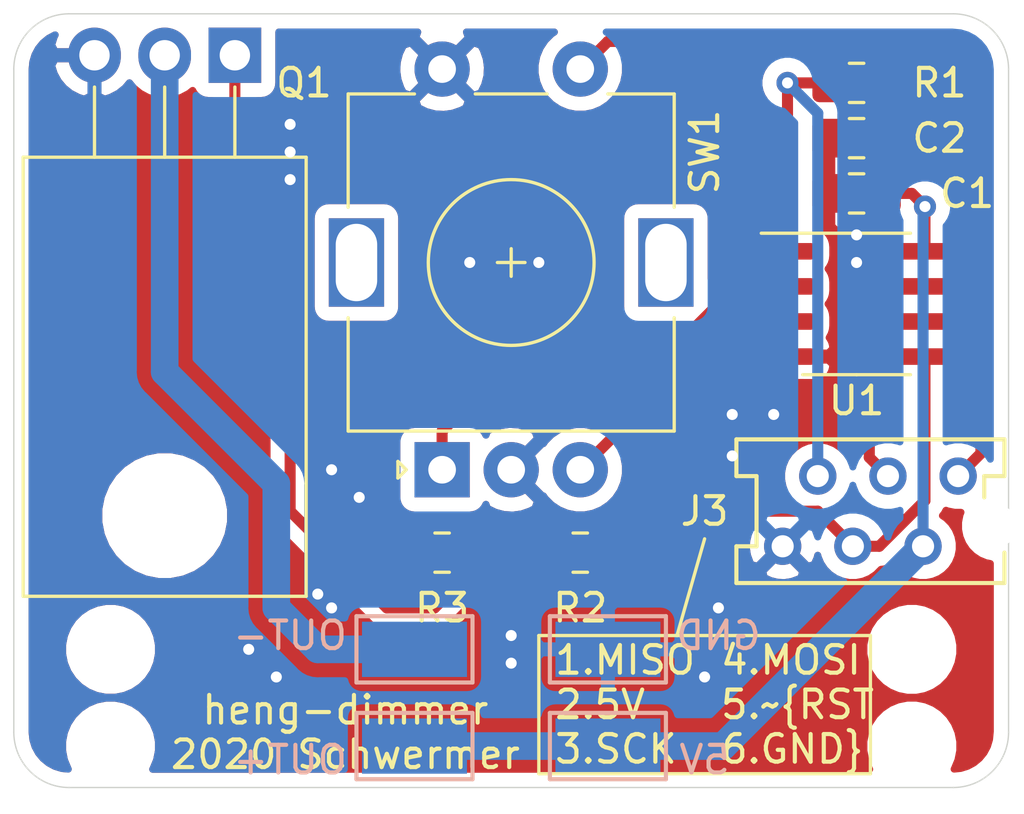
<source format=kicad_pcb>
(kicad_pcb (version 20171130) (host pcbnew 5.1.5)

  (general
    (thickness 1.6)
    (drawings 16)
    (tracks 79)
    (zones 0)
    (modules 17)
    (nets 11)
  )

  (page A4)
  (layers
    (0 F.Cu signal)
    (31 B.Cu signal hide)
    (32 B.Adhes user hide)
    (33 F.Adhes user hide)
    (34 B.Paste user hide)
    (35 F.Paste user hide)
    (36 B.SilkS user hide)
    (37 F.SilkS user hide)
    (38 B.Mask user hide)
    (39 F.Mask user hide)
    (40 Dwgs.User user hide)
    (41 Cmts.User user hide)
    (42 Eco1.User user hide)
    (43 Eco2.User user hide)
    (44 Edge.Cuts user)
    (45 Margin user hide)
    (46 B.CrtYd user hide)
    (47 F.CrtYd user hide)
    (48 B.Fab user hide)
    (49 F.Fab user hide)
  )

  (setup
    (last_trace_width 0.4)
    (user_trace_width 1)
    (trace_clearance 0.2)
    (zone_clearance 0.508)
    (zone_45_only no)
    (trace_min 0.2)
    (via_size 0.8)
    (via_drill 0.4)
    (via_min_size 0.4)
    (via_min_drill 0.3)
    (uvia_size 0.3)
    (uvia_drill 0.1)
    (uvias_allowed no)
    (uvia_min_size 0.2)
    (uvia_min_drill 0.1)
    (edge_width 0.05)
    (segment_width 0.2)
    (pcb_text_width 0.3)
    (pcb_text_size 1.5 1.5)
    (mod_edge_width 0.12)
    (mod_text_size 1 1)
    (mod_text_width 0.15)
    (pad_size 1.524 1.524)
    (pad_drill 0.762)
    (pad_to_mask_clearance 0.051)
    (solder_mask_min_width 0.25)
    (aux_axis_origin 0 0)
    (visible_elements FFFFFF7F)
    (pcbplotparams
      (layerselection 0x010fc_ffffffff)
      (usegerberextensions false)
      (usegerberattributes false)
      (usegerberadvancedattributes false)
      (creategerberjobfile false)
      (excludeedgelayer true)
      (linewidth 0.100000)
      (plotframeref false)
      (viasonmask false)
      (mode 1)
      (useauxorigin false)
      (hpglpennumber 1)
      (hpglpenspeed 20)
      (hpglpendiameter 15.000000)
      (psnegative false)
      (psa4output false)
      (plotreference true)
      (plotvalue true)
      (plotinvisibletext false)
      (padsonsilk false)
      (subtractmaskfromsilk false)
      (outputformat 1)
      (mirror false)
      (drillshape 0)
      (scaleselection 1)
      (outputdirectory "./gerber"))
  )

  (net 0 "")
  (net 1 +5V)
  (net 2 GND)
  (net 3 /MISO)
  (net 4 /SCK)
  (net 5 /MOSI)
  (net 6 /~RESET)
  (net 7 "Net-(J5-Pad1)")
  (net 8 "Net-(Q1-Pad1)")
  (net 9 "Net-(SW1-PadB)")
  (net 10 "Net-(SW1-PadA)")

  (net_class Default "This is the default net class."
    (clearance 0.2)
    (trace_width 0.4)
    (via_dia 0.8)
    (via_drill 0.4)
    (uvia_dia 0.3)
    (uvia_drill 0.1)
    (add_net +5V)
    (add_net /MISO)
    (add_net /MOSI)
    (add_net /SCK)
    (add_net /~RESET)
    (add_net GND)
    (add_net "Net-(J5-Pad1)")
    (add_net "Net-(Q1-Pad1)")
    (add_net "Net-(SW1-PadA)")
    (add_net "Net-(SW1-PadB)")
  )

  (module Capacitor_SMD:C_0805_2012Metric_Pad1.15x1.40mm_HandSolder (layer F.Cu) (tedit 5B36C52B) (tstamp 5E225DE1)
    (at 148 82 180)
    (descr "Capacitor SMD 0805 (2012 Metric), square (rectangular) end terminal, IPC_7351 nominal with elongated pad for handsoldering. (Body size source: https://docs.google.com/spreadsheets/d/1BsfQQcO9C6DZCsRaXUlFlo91Tg2WpOkGARC1WS5S8t0/edit?usp=sharing), generated with kicad-footprint-generator")
    (tags "capacitor handsolder")
    (path /5E238D54)
    (attr smd)
    (fp_text reference C1 (at -4 0) (layer F.SilkS)
      (effects (font (size 1 1) (thickness 0.15)))
    )
    (fp_text value 100n (at 0 1.65) (layer F.Fab)
      (effects (font (size 1 1) (thickness 0.15)))
    )
    (fp_line (start -1 0.6) (end -1 -0.6) (layer F.Fab) (width 0.1))
    (fp_line (start -1 -0.6) (end 1 -0.6) (layer F.Fab) (width 0.1))
    (fp_line (start 1 -0.6) (end 1 0.6) (layer F.Fab) (width 0.1))
    (fp_line (start 1 0.6) (end -1 0.6) (layer F.Fab) (width 0.1))
    (fp_line (start -0.261252 -0.71) (end 0.261252 -0.71) (layer F.SilkS) (width 0.12))
    (fp_line (start -0.261252 0.71) (end 0.261252 0.71) (layer F.SilkS) (width 0.12))
    (fp_line (start -1.85 0.95) (end -1.85 -0.95) (layer F.CrtYd) (width 0.05))
    (fp_line (start -1.85 -0.95) (end 1.85 -0.95) (layer F.CrtYd) (width 0.05))
    (fp_line (start 1.85 -0.95) (end 1.85 0.95) (layer F.CrtYd) (width 0.05))
    (fp_line (start 1.85 0.95) (end -1.85 0.95) (layer F.CrtYd) (width 0.05))
    (fp_text user %R (at 0 0) (layer F.Fab)
      (effects (font (size 0.5 0.5) (thickness 0.08)))
    )
    (pad 1 smd roundrect (at -1.025 0 180) (size 1.15 1.4) (layers F.Cu F.Paste F.Mask) (roundrect_rratio 0.217391)
      (net 1 +5V))
    (pad 2 smd roundrect (at 1.025 0 180) (size 1.15 1.4) (layers F.Cu F.Paste F.Mask) (roundrect_rratio 0.217391)
      (net 2 GND))
    (model ${KISYS3DMOD}/Capacitor_SMD.3dshapes/C_0805_2012Metric.wrl
      (at (xyz 0 0 0))
      (scale (xyz 1 1 1))
      (rotate (xyz 0 0 0))
    )
  )

  (module Capacitor_SMD:C_0805_2012Metric_Pad1.15x1.40mm_HandSolder (layer F.Cu) (tedit 5B36C52B) (tstamp 5E225DF2)
    (at 148 80 180)
    (descr "Capacitor SMD 0805 (2012 Metric), square (rectangular) end terminal, IPC_7351 nominal with elongated pad for handsoldering. (Body size source: https://docs.google.com/spreadsheets/d/1BsfQQcO9C6DZCsRaXUlFlo91Tg2WpOkGARC1WS5S8t0/edit?usp=sharing), generated with kicad-footprint-generator")
    (tags "capacitor handsolder")
    (path /5E238FDD)
    (attr smd)
    (fp_text reference C2 (at -3 0) (layer F.SilkS)
      (effects (font (size 1 1) (thickness 0.15)))
    )
    (fp_text value 10µ (at 0 1.65) (layer F.Fab)
      (effects (font (size 1 1) (thickness 0.15)))
    )
    (fp_text user %R (at 0 0) (layer F.Fab)
      (effects (font (size 0.5 0.5) (thickness 0.08)))
    )
    (fp_line (start 1.85 0.95) (end -1.85 0.95) (layer F.CrtYd) (width 0.05))
    (fp_line (start 1.85 -0.95) (end 1.85 0.95) (layer F.CrtYd) (width 0.05))
    (fp_line (start -1.85 -0.95) (end 1.85 -0.95) (layer F.CrtYd) (width 0.05))
    (fp_line (start -1.85 0.95) (end -1.85 -0.95) (layer F.CrtYd) (width 0.05))
    (fp_line (start -0.261252 0.71) (end 0.261252 0.71) (layer F.SilkS) (width 0.12))
    (fp_line (start -0.261252 -0.71) (end 0.261252 -0.71) (layer F.SilkS) (width 0.12))
    (fp_line (start 1 0.6) (end -1 0.6) (layer F.Fab) (width 0.1))
    (fp_line (start 1 -0.6) (end 1 0.6) (layer F.Fab) (width 0.1))
    (fp_line (start -1 -0.6) (end 1 -0.6) (layer F.Fab) (width 0.1))
    (fp_line (start -1 0.6) (end -1 -0.6) (layer F.Fab) (width 0.1))
    (pad 2 smd roundrect (at 1.025 0 180) (size 1.15 1.4) (layers F.Cu F.Paste F.Mask) (roundrect_rratio 0.217391)
      (net 2 GND))
    (pad 1 smd roundrect (at -1.025 0 180) (size 1.15 1.4) (layers F.Cu F.Paste F.Mask) (roundrect_rratio 0.217391)
      (net 1 +5V))
    (model ${KISYS3DMOD}/Capacitor_SMD.3dshapes/C_0805_2012Metric.wrl
      (at (xyz 0 0 0))
      (scale (xyz 1 1 1))
      (rotate (xyz 0 0 0))
    )
  )

  (module TestPoint:TestPoint_Keystone_5019_Minature (layer B.Cu) (tedit 5A0F774F) (tstamp 5E225E10)
    (at 139 102)
    (descr "SMT Test Point- Micro Miniature 5019, http://www.keyelco.com/product-pdf.cfm?p=1357")
    (tags "Test Point")
    (path /5E27A534)
    (attr smd)
    (fp_text reference J1 (at 0 2.25) (layer B.SilkS) hide
      (effects (font (size 1 1) (thickness 0.15)) (justify mirror))
    )
    (fp_text value 5V (at 3.5 0.5) (layer B.SilkS)
      (effects (font (size 1 1) (thickness 0.15)) (justify mirror))
    )
    (fp_text user %R (at 0 0) (layer B.Fab)
      (effects (font (size 0.9 0.9) (thickness 0.135)) (justify mirror))
    )
    (fp_line (start 0 -0.5) (end 0 -1) (layer B.Fab) (width 0.15))
    (fp_line (start 0 1) (end 0 0.5) (layer B.Fab) (width 0.15))
    (fp_line (start -1.9 0.5) (end 1.9 0.5) (layer B.Fab) (width 0.15))
    (fp_line (start 1.9 -0.5) (end -1.9 -0.5) (layer B.Fab) (width 0.15))
    (fp_line (start 1.25 1) (end -1.25 1) (layer B.Fab) (width 0.15))
    (fp_line (start -1.25 1) (end -1.25 0.5) (layer B.Fab) (width 0.15))
    (fp_line (start -1.25 0.5) (end -1.75 0.5) (layer B.Fab) (width 0.15))
    (fp_line (start -1.9 0.5) (end -1.9 -0.5) (layer B.Fab) (width 0.15))
    (fp_line (start -1.75 -0.5) (end -1.25 -0.5) (layer B.Fab) (width 0.15))
    (fp_line (start -1.25 -0.5) (end -1.25 -1) (layer B.Fab) (width 0.15))
    (fp_line (start -1.25 -1) (end 1.25 -1) (layer B.Fab) (width 0.15))
    (fp_line (start 1.25 -1) (end 1.25 -0.5) (layer B.Fab) (width 0.15))
    (fp_line (start 1.25 -0.5) (end 1.75 -0.5) (layer B.Fab) (width 0.15))
    (fp_line (start 1.9 -0.5) (end 1.9 0.5) (layer B.Fab) (width 0.15))
    (fp_line (start 1.75 0.5) (end 1.25 0.5) (layer B.Fab) (width 0.15))
    (fp_line (start 1.25 0.5) (end 1.25 1) (layer B.Fab) (width 0.15))
    (fp_line (start -2.35 1.45) (end 2.35 1.45) (layer B.CrtYd) (width 0.05))
    (fp_line (start 2.35 1.45) (end 2.35 -1.45) (layer B.CrtYd) (width 0.05))
    (fp_line (start 2.35 -1.45) (end -2.35 -1.45) (layer B.CrtYd) (width 0.05))
    (fp_line (start -2.35 -1.45) (end -2.35 1.45) (layer B.CrtYd) (width 0.05))
    (fp_line (start -2.1 1.2) (end 2.1 1.2) (layer B.SilkS) (width 0.15))
    (fp_line (start 2.1 1.2) (end 2.1 -1.2) (layer B.SilkS) (width 0.15))
    (fp_line (start 2.1 -1.2) (end -2.1 -1.2) (layer B.SilkS) (width 0.15))
    (fp_line (start -2.1 -1.2) (end -2.1 1.2) (layer B.SilkS) (width 0.15))
    (pad 1 smd rect (at 0 0) (size 3.8 2) (layers B.Cu B.Paste B.Mask)
      (net 1 +5V))
    (model ${KISYS3DMOD}/TestPoint.3dshapes/TestPoint_Keystone_5019_Minature.wrl
      (at (xyz 0 0 0))
      (scale (xyz 1 1 1))
      (rotate (xyz 0 0 0))
    )
  )

  (module TestPoint:TestPoint_Keystone_5019_Minature (layer B.Cu) (tedit 5A0F774F) (tstamp 5E225E2E)
    (at 139 98.5)
    (descr "SMT Test Point- Micro Miniature 5019, http://www.keyelco.com/product-pdf.cfm?p=1357")
    (tags "Test Point")
    (path /5E27DF98)
    (attr smd)
    (fp_text reference J2 (at 0 2.25) (layer B.SilkS) hide
      (effects (font (size 1 1) (thickness 0.15)) (justify mirror))
    )
    (fp_text value GND (at 4 -0.5) (layer B.SilkS)
      (effects (font (size 1 1) (thickness 0.15)) (justify mirror))
    )
    (fp_line (start -2.1 -1.2) (end -2.1 1.2) (layer B.SilkS) (width 0.15))
    (fp_line (start 2.1 -1.2) (end -2.1 -1.2) (layer B.SilkS) (width 0.15))
    (fp_line (start 2.1 1.2) (end 2.1 -1.2) (layer B.SilkS) (width 0.15))
    (fp_line (start -2.1 1.2) (end 2.1 1.2) (layer B.SilkS) (width 0.15))
    (fp_line (start -2.35 -1.45) (end -2.35 1.45) (layer B.CrtYd) (width 0.05))
    (fp_line (start 2.35 -1.45) (end -2.35 -1.45) (layer B.CrtYd) (width 0.05))
    (fp_line (start 2.35 1.45) (end 2.35 -1.45) (layer B.CrtYd) (width 0.05))
    (fp_line (start -2.35 1.45) (end 2.35 1.45) (layer B.CrtYd) (width 0.05))
    (fp_line (start 1.25 0.5) (end 1.25 1) (layer B.Fab) (width 0.15))
    (fp_line (start 1.75 0.5) (end 1.25 0.5) (layer B.Fab) (width 0.15))
    (fp_line (start 1.9 -0.5) (end 1.9 0.5) (layer B.Fab) (width 0.15))
    (fp_line (start 1.25 -0.5) (end 1.75 -0.5) (layer B.Fab) (width 0.15))
    (fp_line (start 1.25 -1) (end 1.25 -0.5) (layer B.Fab) (width 0.15))
    (fp_line (start -1.25 -1) (end 1.25 -1) (layer B.Fab) (width 0.15))
    (fp_line (start -1.25 -0.5) (end -1.25 -1) (layer B.Fab) (width 0.15))
    (fp_line (start -1.75 -0.5) (end -1.25 -0.5) (layer B.Fab) (width 0.15))
    (fp_line (start -1.9 0.5) (end -1.9 -0.5) (layer B.Fab) (width 0.15))
    (fp_line (start -1.25 0.5) (end -1.75 0.5) (layer B.Fab) (width 0.15))
    (fp_line (start -1.25 1) (end -1.25 0.5) (layer B.Fab) (width 0.15))
    (fp_line (start 1.25 1) (end -1.25 1) (layer B.Fab) (width 0.15))
    (fp_line (start 1.9 -0.5) (end -1.9 -0.5) (layer B.Fab) (width 0.15))
    (fp_line (start -1.9 0.5) (end 1.9 0.5) (layer B.Fab) (width 0.15))
    (fp_line (start 0 1) (end 0 0.5) (layer B.Fab) (width 0.15))
    (fp_line (start 0 -0.5) (end 0 -1) (layer B.Fab) (width 0.15))
    (fp_text user %R (at 0 0) (layer B.Fab)
      (effects (font (size 0.9 0.9) (thickness 0.135)) (justify mirror))
    )
    (pad 1 smd rect (at 0 0) (size 3.8 2) (layers B.Cu B.Paste B.Mask)
      (net 2 GND))
    (model ${KISYS3DMOD}/TestPoint.3dshapes/TestPoint_Keystone_5019_Minature.wrl
      (at (xyz 0 0 0))
      (scale (xyz 1 1 1))
      (rotate (xyz 0 0 0))
    )
  )

  (module TestPoint:TestPoint_Keystone_5019_Minature (layer B.Cu) (tedit 5A0F774F) (tstamp 5E225E68)
    (at 132 102)
    (descr "SMT Test Point- Micro Miniature 5019, http://www.keyelco.com/product-pdf.cfm?p=1357")
    (tags "Test Point")
    (path /5E271C2D)
    (attr smd)
    (fp_text reference J4 (at 0 2.25) (layer B.SilkS) hide
      (effects (font (size 1 1) (thickness 0.15)) (justify mirror))
    )
    (fp_text value OUT+ (at -4.5 0.5) (layer B.SilkS)
      (effects (font (size 1 1) (thickness 0.15)) (justify mirror))
    )
    (fp_line (start -2.1 -1.2) (end -2.1 1.2) (layer B.SilkS) (width 0.15))
    (fp_line (start 2.1 -1.2) (end -2.1 -1.2) (layer B.SilkS) (width 0.15))
    (fp_line (start 2.1 1.2) (end 2.1 -1.2) (layer B.SilkS) (width 0.15))
    (fp_line (start -2.1 1.2) (end 2.1 1.2) (layer B.SilkS) (width 0.15))
    (fp_line (start -2.35 -1.45) (end -2.35 1.45) (layer B.CrtYd) (width 0.05))
    (fp_line (start 2.35 -1.45) (end -2.35 -1.45) (layer B.CrtYd) (width 0.05))
    (fp_line (start 2.35 1.45) (end 2.35 -1.45) (layer B.CrtYd) (width 0.05))
    (fp_line (start -2.35 1.45) (end 2.35 1.45) (layer B.CrtYd) (width 0.05))
    (fp_line (start 1.25 0.5) (end 1.25 1) (layer B.Fab) (width 0.15))
    (fp_line (start 1.75 0.5) (end 1.25 0.5) (layer B.Fab) (width 0.15))
    (fp_line (start 1.9 -0.5) (end 1.9 0.5) (layer B.Fab) (width 0.15))
    (fp_line (start 1.25 -0.5) (end 1.75 -0.5) (layer B.Fab) (width 0.15))
    (fp_line (start 1.25 -1) (end 1.25 -0.5) (layer B.Fab) (width 0.15))
    (fp_line (start -1.25 -1) (end 1.25 -1) (layer B.Fab) (width 0.15))
    (fp_line (start -1.25 -0.5) (end -1.25 -1) (layer B.Fab) (width 0.15))
    (fp_line (start -1.75 -0.5) (end -1.25 -0.5) (layer B.Fab) (width 0.15))
    (fp_line (start -1.9 0.5) (end -1.9 -0.5) (layer B.Fab) (width 0.15))
    (fp_line (start -1.25 0.5) (end -1.75 0.5) (layer B.Fab) (width 0.15))
    (fp_line (start -1.25 1) (end -1.25 0.5) (layer B.Fab) (width 0.15))
    (fp_line (start 1.25 1) (end -1.25 1) (layer B.Fab) (width 0.15))
    (fp_line (start 1.9 -0.5) (end -1.9 -0.5) (layer B.Fab) (width 0.15))
    (fp_line (start -1.9 0.5) (end 1.9 0.5) (layer B.Fab) (width 0.15))
    (fp_line (start 0 1) (end 0 0.5) (layer B.Fab) (width 0.15))
    (fp_line (start 0 -0.5) (end 0 -1) (layer B.Fab) (width 0.15))
    (fp_text user %R (at 0 0) (layer B.Fab)
      (effects (font (size 0.9 0.9) (thickness 0.135)) (justify mirror))
    )
    (pad 1 smd rect (at 0 0) (size 3.8 2) (layers B.Cu B.Paste B.Mask)
      (net 1 +5V))
    (model ${KISYS3DMOD}/TestPoint.3dshapes/TestPoint_Keystone_5019_Minature.wrl
      (at (xyz 0 0 0))
      (scale (xyz 1 1 1))
      (rotate (xyz 0 0 0))
    )
  )

  (module TestPoint:TestPoint_Keystone_5019_Minature (layer B.Cu) (tedit 5A0F774F) (tstamp 5E225E86)
    (at 132 98.5)
    (descr "SMT Test Point- Micro Miniature 5019, http://www.keyelco.com/product-pdf.cfm?p=1357")
    (tags "Test Point")
    (path /5E26EEAB)
    (attr smd)
    (fp_text reference J5 (at 0 2.25) (layer B.SilkS) hide
      (effects (font (size 1 1) (thickness 0.15)) (justify mirror))
    )
    (fp_text value OUT- (at -4.5 -0.5) (layer B.SilkS)
      (effects (font (size 1 1) (thickness 0.15)) (justify mirror))
    )
    (fp_text user %R (at 0 0) (layer B.Fab)
      (effects (font (size 0.9 0.9) (thickness 0.135)) (justify mirror))
    )
    (fp_line (start 0 -0.5) (end 0 -1) (layer B.Fab) (width 0.15))
    (fp_line (start 0 1) (end 0 0.5) (layer B.Fab) (width 0.15))
    (fp_line (start -1.9 0.5) (end 1.9 0.5) (layer B.Fab) (width 0.15))
    (fp_line (start 1.9 -0.5) (end -1.9 -0.5) (layer B.Fab) (width 0.15))
    (fp_line (start 1.25 1) (end -1.25 1) (layer B.Fab) (width 0.15))
    (fp_line (start -1.25 1) (end -1.25 0.5) (layer B.Fab) (width 0.15))
    (fp_line (start -1.25 0.5) (end -1.75 0.5) (layer B.Fab) (width 0.15))
    (fp_line (start -1.9 0.5) (end -1.9 -0.5) (layer B.Fab) (width 0.15))
    (fp_line (start -1.75 -0.5) (end -1.25 -0.5) (layer B.Fab) (width 0.15))
    (fp_line (start -1.25 -0.5) (end -1.25 -1) (layer B.Fab) (width 0.15))
    (fp_line (start -1.25 -1) (end 1.25 -1) (layer B.Fab) (width 0.15))
    (fp_line (start 1.25 -1) (end 1.25 -0.5) (layer B.Fab) (width 0.15))
    (fp_line (start 1.25 -0.5) (end 1.75 -0.5) (layer B.Fab) (width 0.15))
    (fp_line (start 1.9 -0.5) (end 1.9 0.5) (layer B.Fab) (width 0.15))
    (fp_line (start 1.75 0.5) (end 1.25 0.5) (layer B.Fab) (width 0.15))
    (fp_line (start 1.25 0.5) (end 1.25 1) (layer B.Fab) (width 0.15))
    (fp_line (start -2.35 1.45) (end 2.35 1.45) (layer B.CrtYd) (width 0.05))
    (fp_line (start 2.35 1.45) (end 2.35 -1.45) (layer B.CrtYd) (width 0.05))
    (fp_line (start 2.35 -1.45) (end -2.35 -1.45) (layer B.CrtYd) (width 0.05))
    (fp_line (start -2.35 -1.45) (end -2.35 1.45) (layer B.CrtYd) (width 0.05))
    (fp_line (start -2.1 1.2) (end 2.1 1.2) (layer B.SilkS) (width 0.15))
    (fp_line (start 2.1 1.2) (end 2.1 -1.2) (layer B.SilkS) (width 0.15))
    (fp_line (start 2.1 -1.2) (end -2.1 -1.2) (layer B.SilkS) (width 0.15))
    (fp_line (start -2.1 -1.2) (end -2.1 1.2) (layer B.SilkS) (width 0.15))
    (pad 1 smd rect (at 0 0) (size 3.8 2) (layers B.Cu B.Paste B.Mask)
      (net 7 "Net-(J5-Pad1)"))
    (model ${KISYS3DMOD}/TestPoint.3dshapes/TestPoint_Keystone_5019_Minature.wrl
      (at (xyz 0 0 0))
      (scale (xyz 1 1 1))
      (rotate (xyz 0 0 0))
    )
  )

  (module Package_TO_SOT_THT:TO-220-3_Horizontal_TabDown (layer F.Cu) (tedit 5AC8BA0D) (tstamp 5E225EA6)
    (at 125.5 77 180)
    (descr "TO-220-3, Horizontal, RM 2.54mm, see https://www.vishay.com/docs/66542/to-220-1.pdf")
    (tags "TO-220-3 Horizontal RM 2.54mm")
    (path /5E23BDC6)
    (fp_text reference Q1 (at -2.5 -1) (layer F.SilkS)
      (effects (font (size 1 1) (thickness 0.15)))
    )
    (fp_text value BUZ11 (at 2.54 2) (layer F.Fab)
      (effects (font (size 1 1) (thickness 0.15)))
    )
    (fp_circle (center 2.54 -16.66) (end 4.39 -16.66) (layer F.Fab) (width 0.1))
    (fp_line (start -2.46 -13.06) (end -2.46 -19.46) (layer F.Fab) (width 0.1))
    (fp_line (start -2.46 -19.46) (end 7.54 -19.46) (layer F.Fab) (width 0.1))
    (fp_line (start 7.54 -19.46) (end 7.54 -13.06) (layer F.Fab) (width 0.1))
    (fp_line (start 7.54 -13.06) (end -2.46 -13.06) (layer F.Fab) (width 0.1))
    (fp_line (start -2.46 -3.81) (end -2.46 -13.06) (layer F.Fab) (width 0.1))
    (fp_line (start -2.46 -13.06) (end 7.54 -13.06) (layer F.Fab) (width 0.1))
    (fp_line (start 7.54 -13.06) (end 7.54 -3.81) (layer F.Fab) (width 0.1))
    (fp_line (start 7.54 -3.81) (end -2.46 -3.81) (layer F.Fab) (width 0.1))
    (fp_line (start 0 -3.81) (end 0 0) (layer F.Fab) (width 0.1))
    (fp_line (start 2.54 -3.81) (end 2.54 0) (layer F.Fab) (width 0.1))
    (fp_line (start 5.08 -3.81) (end 5.08 0) (layer F.Fab) (width 0.1))
    (fp_line (start -2.58 -3.69) (end 7.66 -3.69) (layer F.SilkS) (width 0.12))
    (fp_line (start -2.58 -19.58) (end 7.66 -19.58) (layer F.SilkS) (width 0.12))
    (fp_line (start -2.58 -19.58) (end -2.58 -3.69) (layer F.SilkS) (width 0.12))
    (fp_line (start 7.66 -19.58) (end 7.66 -3.69) (layer F.SilkS) (width 0.12))
    (fp_line (start 0 -3.69) (end 0 -1.15) (layer F.SilkS) (width 0.12))
    (fp_line (start 2.54 -3.69) (end 2.54 -1.15) (layer F.SilkS) (width 0.12))
    (fp_line (start 5.08 -3.69) (end 5.08 -1.15) (layer F.SilkS) (width 0.12))
    (fp_line (start -2.71 -19.71) (end -2.71 1.25) (layer F.CrtYd) (width 0.05))
    (fp_line (start -2.71 1.25) (end 7.79 1.25) (layer F.CrtYd) (width 0.05))
    (fp_line (start 7.79 1.25) (end 7.79 -19.71) (layer F.CrtYd) (width 0.05))
    (fp_line (start 7.79 -19.71) (end -2.71 -19.71) (layer F.CrtYd) (width 0.05))
    (fp_text user %R (at 2.54 -20.58) (layer F.Fab)
      (effects (font (size 1 1) (thickness 0.15)))
    )
    (pad "" np_thru_hole oval (at 2.54 -16.66 180) (size 3.5 3.5) (drill 3.5) (layers *.Cu *.Mask))
    (pad 1 thru_hole rect (at 0 0 180) (size 1.905 2) (drill 1.1) (layers *.Cu *.Mask)
      (net 8 "Net-(Q1-Pad1)"))
    (pad 2 thru_hole oval (at 2.54 0 180) (size 1.905 2) (drill 1.1) (layers *.Cu *.Mask)
      (net 7 "Net-(J5-Pad1)"))
    (pad 3 thru_hole oval (at 5.08 0 180) (size 1.905 2) (drill 1.1) (layers *.Cu *.Mask)
      (net 2 GND))
    (model ${KISYS3DMOD}/Package_TO_SOT_THT.3dshapes/TO-220-3_Horizontal_TabDown.wrl
      (at (xyz 0 0 0))
      (scale (xyz 1 1 1))
      (rotate (xyz 0 0 0))
    )
  )

  (module Resistor_SMD:R_0805_2012Metric_Pad1.15x1.40mm_HandSolder (layer F.Cu) (tedit 5B36C52B) (tstamp 5E225EB7)
    (at 148 78 180)
    (descr "Resistor SMD 0805 (2012 Metric), square (rectangular) end terminal, IPC_7351 nominal with elongated pad for handsoldering. (Body size source: https://docs.google.com/spreadsheets/d/1BsfQQcO9C6DZCsRaXUlFlo91Tg2WpOkGARC1WS5S8t0/edit?usp=sharing), generated with kicad-footprint-generator")
    (tags "resistor handsolder")
    (path /5E26776A)
    (attr smd)
    (fp_text reference R1 (at -3 0) (layer F.SilkS)
      (effects (font (size 1 1) (thickness 0.15)))
    )
    (fp_text value 10k (at 0 1.65) (layer F.Fab)
      (effects (font (size 1 1) (thickness 0.15)))
    )
    (fp_line (start -1 0.6) (end -1 -0.6) (layer F.Fab) (width 0.1))
    (fp_line (start -1 -0.6) (end 1 -0.6) (layer F.Fab) (width 0.1))
    (fp_line (start 1 -0.6) (end 1 0.6) (layer F.Fab) (width 0.1))
    (fp_line (start 1 0.6) (end -1 0.6) (layer F.Fab) (width 0.1))
    (fp_line (start -0.261252 -0.71) (end 0.261252 -0.71) (layer F.SilkS) (width 0.12))
    (fp_line (start -0.261252 0.71) (end 0.261252 0.71) (layer F.SilkS) (width 0.12))
    (fp_line (start -1.85 0.95) (end -1.85 -0.95) (layer F.CrtYd) (width 0.05))
    (fp_line (start -1.85 -0.95) (end 1.85 -0.95) (layer F.CrtYd) (width 0.05))
    (fp_line (start 1.85 -0.95) (end 1.85 0.95) (layer F.CrtYd) (width 0.05))
    (fp_line (start 1.85 0.95) (end -1.85 0.95) (layer F.CrtYd) (width 0.05))
    (fp_text user %R (at 0 0) (layer F.Fab)
      (effects (font (size 0.5 0.5) (thickness 0.08)))
    )
    (pad 1 smd roundrect (at -1.025 0 180) (size 1.15 1.4) (layers F.Cu F.Paste F.Mask) (roundrect_rratio 0.217391)
      (net 1 +5V))
    (pad 2 smd roundrect (at 1.025 0 180) (size 1.15 1.4) (layers F.Cu F.Paste F.Mask) (roundrect_rratio 0.217391)
      (net 6 /~RESET))
    (model ${KISYS3DMOD}/Resistor_SMD.3dshapes/R_0805_2012Metric.wrl
      (at (xyz 0 0 0))
      (scale (xyz 1 1 1))
      (rotate (xyz 0 0 0))
    )
  )

  (module Resistor_SMD:R_0805_2012Metric_Pad1.15x1.40mm_HandSolder (layer F.Cu) (tedit 5B36C52B) (tstamp 5E225EC8)
    (at 138 95)
    (descr "Resistor SMD 0805 (2012 Metric), square (rectangular) end terminal, IPC_7351 nominal with elongated pad for handsoldering. (Body size source: https://docs.google.com/spreadsheets/d/1BsfQQcO9C6DZCsRaXUlFlo91Tg2WpOkGARC1WS5S8t0/edit?usp=sharing), generated with kicad-footprint-generator")
    (tags "resistor handsolder")
    (path /5E238858)
    (attr smd)
    (fp_text reference R2 (at 0 2) (layer F.SilkS)
      (effects (font (size 1 1) (thickness 0.15)))
    )
    (fp_text value 100 (at 0 1.65) (layer F.Fab)
      (effects (font (size 1 1) (thickness 0.15)))
    )
    (fp_line (start -1 0.6) (end -1 -0.6) (layer F.Fab) (width 0.1))
    (fp_line (start -1 -0.6) (end 1 -0.6) (layer F.Fab) (width 0.1))
    (fp_line (start 1 -0.6) (end 1 0.6) (layer F.Fab) (width 0.1))
    (fp_line (start 1 0.6) (end -1 0.6) (layer F.Fab) (width 0.1))
    (fp_line (start -0.261252 -0.71) (end 0.261252 -0.71) (layer F.SilkS) (width 0.12))
    (fp_line (start -0.261252 0.71) (end 0.261252 0.71) (layer F.SilkS) (width 0.12))
    (fp_line (start -1.85 0.95) (end -1.85 -0.95) (layer F.CrtYd) (width 0.05))
    (fp_line (start -1.85 -0.95) (end 1.85 -0.95) (layer F.CrtYd) (width 0.05))
    (fp_line (start 1.85 -0.95) (end 1.85 0.95) (layer F.CrtYd) (width 0.05))
    (fp_line (start 1.85 0.95) (end -1.85 0.95) (layer F.CrtYd) (width 0.05))
    (fp_text user %R (at 0 0) (layer F.Fab)
      (effects (font (size 0.5 0.5) (thickness 0.08)))
    )
    (pad 1 smd roundrect (at -1.025 0) (size 1.15 1.4) (layers F.Cu F.Paste F.Mask) (roundrect_rratio 0.217391)
      (net 8 "Net-(Q1-Pad1)"))
    (pad 2 smd roundrect (at 1.025 0) (size 1.15 1.4) (layers F.Cu F.Paste F.Mask) (roundrect_rratio 0.217391)
      (net 5 /MOSI))
    (model ${KISYS3DMOD}/Resistor_SMD.3dshapes/R_0805_2012Metric.wrl
      (at (xyz 0 0 0))
      (scale (xyz 1 1 1))
      (rotate (xyz 0 0 0))
    )
  )

  (module Resistor_SMD:R_0805_2012Metric_Pad1.15x1.40mm_HandSolder (layer F.Cu) (tedit 5B36C52B) (tstamp 5E225ED9)
    (at 133 95 180)
    (descr "Resistor SMD 0805 (2012 Metric), square (rectangular) end terminal, IPC_7351 nominal with elongated pad for handsoldering. (Body size source: https://docs.google.com/spreadsheets/d/1BsfQQcO9C6DZCsRaXUlFlo91Tg2WpOkGARC1WS5S8t0/edit?usp=sharing), generated with kicad-footprint-generator")
    (tags "resistor handsolder")
    (path /5E238ABC)
    (attr smd)
    (fp_text reference R3 (at 0 -2) (layer F.SilkS)
      (effects (font (size 1 1) (thickness 0.15)))
    )
    (fp_text value 10k (at 0 1.65) (layer F.Fab)
      (effects (font (size 1 1) (thickness 0.15)))
    )
    (fp_text user %R (at 0 0) (layer F.Fab)
      (effects (font (size 0.5 0.5) (thickness 0.08)))
    )
    (fp_line (start 1.85 0.95) (end -1.85 0.95) (layer F.CrtYd) (width 0.05))
    (fp_line (start 1.85 -0.95) (end 1.85 0.95) (layer F.CrtYd) (width 0.05))
    (fp_line (start -1.85 -0.95) (end 1.85 -0.95) (layer F.CrtYd) (width 0.05))
    (fp_line (start -1.85 0.95) (end -1.85 -0.95) (layer F.CrtYd) (width 0.05))
    (fp_line (start -0.261252 0.71) (end 0.261252 0.71) (layer F.SilkS) (width 0.12))
    (fp_line (start -0.261252 -0.71) (end 0.261252 -0.71) (layer F.SilkS) (width 0.12))
    (fp_line (start 1 0.6) (end -1 0.6) (layer F.Fab) (width 0.1))
    (fp_line (start 1 -0.6) (end 1 0.6) (layer F.Fab) (width 0.1))
    (fp_line (start -1 -0.6) (end 1 -0.6) (layer F.Fab) (width 0.1))
    (fp_line (start -1 0.6) (end -1 -0.6) (layer F.Fab) (width 0.1))
    (pad 2 smd roundrect (at 1.025 0 180) (size 1.15 1.4) (layers F.Cu F.Paste F.Mask) (roundrect_rratio 0.217391)
      (net 2 GND))
    (pad 1 smd roundrect (at -1.025 0 180) (size 1.15 1.4) (layers F.Cu F.Paste F.Mask) (roundrect_rratio 0.217391)
      (net 8 "Net-(Q1-Pad1)"))
    (model ${KISYS3DMOD}/Resistor_SMD.3dshapes/R_0805_2012Metric.wrl
      (at (xyz 0 0 0))
      (scale (xyz 1 1 1))
      (rotate (xyz 0 0 0))
    )
  )

  (module Rotary_Encoder:RotaryEncoder_Alps_EC11E-Switch_Vertical_H20mm (layer F.Cu) (tedit 5A74C8CB) (tstamp 5E225EFF)
    (at 133 92 90)
    (descr "Alps rotary encoder, EC12E... with switch, vertical shaft, http://www.alps.com/prod/info/E/HTML/Encoder/Incremental/EC11/EC11E15204A3.html")
    (tags "rotary encoder")
    (path /5E237D59)
    (fp_text reference SW1 (at 11.5 9.5 90) (layer F.SilkS)
      (effects (font (size 1 1) (thickness 0.15)))
    )
    (fp_text value Rotary_Encoder_Switch (at 7.5 10.4 90) (layer F.Fab)
      (effects (font (size 1 1) (thickness 0.15)))
    )
    (fp_text user %R (at 11.1 6.3 90) (layer F.Fab)
      (effects (font (size 1 1) (thickness 0.15)))
    )
    (fp_line (start 7 2.5) (end 8 2.5) (layer F.SilkS) (width 0.12))
    (fp_line (start 7.5 2) (end 7.5 3) (layer F.SilkS) (width 0.12))
    (fp_line (start 13.6 6) (end 13.6 8.4) (layer F.SilkS) (width 0.12))
    (fp_line (start 13.6 1.2) (end 13.6 3.8) (layer F.SilkS) (width 0.12))
    (fp_line (start 13.6 -3.4) (end 13.6 -1) (layer F.SilkS) (width 0.12))
    (fp_line (start 4.5 2.5) (end 10.5 2.5) (layer F.Fab) (width 0.12))
    (fp_line (start 7.5 -0.5) (end 7.5 5.5) (layer F.Fab) (width 0.12))
    (fp_line (start 0.3 -1.6) (end 0 -1.3) (layer F.SilkS) (width 0.12))
    (fp_line (start -0.3 -1.6) (end 0.3 -1.6) (layer F.SilkS) (width 0.12))
    (fp_line (start 0 -1.3) (end -0.3 -1.6) (layer F.SilkS) (width 0.12))
    (fp_line (start 1.4 -3.4) (end 1.4 8.4) (layer F.SilkS) (width 0.12))
    (fp_line (start 5.5 -3.4) (end 1.4 -3.4) (layer F.SilkS) (width 0.12))
    (fp_line (start 5.5 8.4) (end 1.4 8.4) (layer F.SilkS) (width 0.12))
    (fp_line (start 13.6 8.4) (end 9.5 8.4) (layer F.SilkS) (width 0.12))
    (fp_line (start 9.5 -3.4) (end 13.6 -3.4) (layer F.SilkS) (width 0.12))
    (fp_line (start 1.5 -2.2) (end 2.5 -3.3) (layer F.Fab) (width 0.12))
    (fp_line (start 1.5 8.3) (end 1.5 -2.2) (layer F.Fab) (width 0.12))
    (fp_line (start 13.5 8.3) (end 1.5 8.3) (layer F.Fab) (width 0.12))
    (fp_line (start 13.5 -3.3) (end 13.5 8.3) (layer F.Fab) (width 0.12))
    (fp_line (start 2.5 -3.3) (end 13.5 -3.3) (layer F.Fab) (width 0.12))
    (fp_line (start -1.5 -4.6) (end 16 -4.6) (layer F.CrtYd) (width 0.05))
    (fp_line (start -1.5 -4.6) (end -1.5 9.6) (layer F.CrtYd) (width 0.05))
    (fp_line (start 16 9.6) (end 16 -4.6) (layer F.CrtYd) (width 0.05))
    (fp_line (start 16 9.6) (end -1.5 9.6) (layer F.CrtYd) (width 0.05))
    (fp_circle (center 7.5 2.5) (end 10.5 2.5) (layer F.SilkS) (width 0.12))
    (fp_circle (center 7.5 2.5) (end 10.5 2.5) (layer F.Fab) (width 0.12))
    (pad S1 thru_hole circle (at 14.5 5 90) (size 2 2) (drill 1) (layers *.Cu *.Mask)
      (net 4 /SCK))
    (pad S2 thru_hole circle (at 14.5 0 90) (size 2 2) (drill 1) (layers *.Cu *.Mask)
      (net 2 GND))
    (pad MP thru_hole rect (at 7.5 8.1 90) (size 3.2 2) (drill oval 2.8 1.5) (layers *.Cu *.Mask))
    (pad MP thru_hole rect (at 7.5 -3.1 90) (size 3.2 2) (drill oval 2.8 1.5) (layers *.Cu *.Mask))
    (pad B thru_hole circle (at 0 5 90) (size 2 2) (drill 1) (layers *.Cu *.Mask)
      (net 9 "Net-(SW1-PadB)"))
    (pad C thru_hole circle (at 0 2.5 90) (size 2 2) (drill 1) (layers *.Cu *.Mask)
      (net 2 GND))
    (pad A thru_hole rect (at 0 0 90) (size 2 2) (drill 1) (layers *.Cu *.Mask)
      (net 10 "Net-(SW1-PadA)"))
    (model ${KISYS3DMOD}/Rotary_Encoder.3dshapes/RotaryEncoder_Alps_EC11E-Switch_Vertical_H20mm.wrl
      (at (xyz 0 0 0))
      (scale (xyz 1 1 1))
      (rotate (xyz 0 0 0))
    )
  )

  (module Package_SO:SOIC-8_3.9x4.9mm_P1.27mm (layer F.Cu) (tedit 5D9F72B1) (tstamp 5E225F19)
    (at 148 86)
    (descr "SOIC, 8 Pin (JEDEC MS-012AA, https://www.analog.com/media/en/package-pcb-resources/package/pkg_pdf/soic_narrow-r/r_8.pdf), generated with kicad-footprint-generator ipc_gullwing_generator.py")
    (tags "SOIC SO")
    (path /5E236ADB)
    (attr smd)
    (fp_text reference U1 (at 0 3.5) (layer F.SilkS)
      (effects (font (size 1 1) (thickness 0.15)))
    )
    (fp_text value ATtiny13A-SSU (at 0 3.4) (layer F.Fab)
      (effects (font (size 1 1) (thickness 0.15)))
    )
    (fp_line (start 0 2.56) (end 1.95 2.56) (layer F.SilkS) (width 0.12))
    (fp_line (start 0 2.56) (end -1.95 2.56) (layer F.SilkS) (width 0.12))
    (fp_line (start 0 -2.56) (end 1.95 -2.56) (layer F.SilkS) (width 0.12))
    (fp_line (start 0 -2.56) (end -3.45 -2.56) (layer F.SilkS) (width 0.12))
    (fp_line (start -0.975 -2.45) (end 1.95 -2.45) (layer F.Fab) (width 0.1))
    (fp_line (start 1.95 -2.45) (end 1.95 2.45) (layer F.Fab) (width 0.1))
    (fp_line (start 1.95 2.45) (end -1.95 2.45) (layer F.Fab) (width 0.1))
    (fp_line (start -1.95 2.45) (end -1.95 -1.475) (layer F.Fab) (width 0.1))
    (fp_line (start -1.95 -1.475) (end -0.975 -2.45) (layer F.Fab) (width 0.1))
    (fp_line (start -3.7 -2.7) (end -3.7 2.7) (layer F.CrtYd) (width 0.05))
    (fp_line (start -3.7 2.7) (end 3.7 2.7) (layer F.CrtYd) (width 0.05))
    (fp_line (start 3.7 2.7) (end 3.7 -2.7) (layer F.CrtYd) (width 0.05))
    (fp_line (start 3.7 -2.7) (end -3.7 -2.7) (layer F.CrtYd) (width 0.05))
    (fp_text user %R (at 0 0) (layer F.Fab)
      (effects (font (size 0.98 0.98) (thickness 0.15)))
    )
    (pad 1 smd roundrect (at -2.475 -1.905) (size 1.95 0.6) (layers F.Cu F.Paste F.Mask) (roundrect_rratio 0.25)
      (net 6 /~RESET))
    (pad 2 smd roundrect (at -2.475 -0.635) (size 1.95 0.6) (layers F.Cu F.Paste F.Mask) (roundrect_rratio 0.25)
      (net 10 "Net-(SW1-PadA)"))
    (pad 3 smd roundrect (at -2.475 0.635) (size 1.95 0.6) (layers F.Cu F.Paste F.Mask) (roundrect_rratio 0.25)
      (net 9 "Net-(SW1-PadB)"))
    (pad 4 smd roundrect (at -2.475 1.905) (size 1.95 0.6) (layers F.Cu F.Paste F.Mask) (roundrect_rratio 0.25)
      (net 2 GND))
    (pad 5 smd roundrect (at 2.475 1.905) (size 1.95 0.6) (layers F.Cu F.Paste F.Mask) (roundrect_rratio 0.25)
      (net 5 /MOSI))
    (pad 6 smd roundrect (at 2.475 0.635) (size 1.95 0.6) (layers F.Cu F.Paste F.Mask) (roundrect_rratio 0.25)
      (net 3 /MISO))
    (pad 7 smd roundrect (at 2.475 -0.635) (size 1.95 0.6) (layers F.Cu F.Paste F.Mask) (roundrect_rratio 0.25)
      (net 4 /SCK))
    (pad 8 smd roundrect (at 2.475 -1.905) (size 1.95 0.6) (layers F.Cu F.Paste F.Mask) (roundrect_rratio 0.25)
      (net 1 +5V))
    (model ${KISYS3DMOD}/Package_SO.3dshapes/SOIC-8_3.9x4.9mm_P1.27mm.wrl
      (at (xyz 0 0 0))
      (scale (xyz 1 1 1))
      (rotate (xyz 0 0 0))
    )
  )

  (module footprints:TE_MICRO-MATCH_FOB.06P (layer F.Cu) (tedit 5E008A97) (tstamp 5E237916)
    (at 148.5 93.5)
    (path /5E239F00)
    (fp_text reference J3 (at -6 0) (layer F.SilkS)
      (effects (font (size 1 1) (thickness 0.15)))
    )
    (fp_text value "dW (SPI)" (at 0 -3.5) (layer F.Fab)
      (effects (font (size 1 1) (thickness 0.15)))
    )
    (fp_line (start -4.85 -2.6) (end 4.85 -2.6) (layer F.SilkS) (width 0.15))
    (fp_line (start 4.85 -2.6) (end 4.85 -1.27) (layer F.SilkS) (width 0.15))
    (fp_line (start 4.85 -1.27) (end 4.12 -1.27) (layer F.SilkS) (width 0.15))
    (fp_line (start 4.12 -1.27) (end 4.12 -0.5) (layer F.SilkS) (width 0.15))
    (fp_line (start 4.85 2.6) (end 4.85 1.5) (layer F.SilkS) (width 0.15))
    (fp_line (start -4.85 2.6) (end 4.85 2.6) (layer F.SilkS) (width 0.15))
    (fp_line (start -4.85 -2.6) (end -4.85 -1.27) (layer F.SilkS) (width 0.15))
    (fp_line (start -4.85 -1.27) (end -4.12 -1.27) (layer F.SilkS) (width 0.15))
    (fp_line (start -4.12 -1.27) (end -4.12 1.27) (layer F.SilkS) (width 0.15))
    (fp_line (start -4.85 1.27) (end -4.12 1.27) (layer F.SilkS) (width 0.15))
    (fp_line (start -4.85 2.6) (end -4.85 1.27) (layer F.SilkS) (width 0.15))
    (fp_line (start -5.55 -3.1) (end 5.55 -3.1) (layer F.CrtYd) (width 0.05))
    (fp_line (start 5.55 -3.1) (end 5.55 3.1) (layer F.CrtYd) (width 0.05))
    (fp_line (start 5.55 3.1) (end -5.55 3.1) (layer F.CrtYd) (width 0.05))
    (fp_line (start -5.55 3.1) (end -5.55 -3.1) (layer F.CrtYd) (width 0.05))
    (pad 1 thru_hole circle (at 3.175 -1.27) (size 1.35 1.35) (drill 0.8) (layers *.Cu *.Mask)
      (net 3 /MISO))
    (pad 2 thru_hole circle (at 1.905 1.27) (size 1.35 1.35) (drill 0.8) (layers *.Cu *.Mask)
      (net 1 +5V))
    (pad 3 thru_hole circle (at 0.635 -1.27) (size 1.35 1.35) (drill 0.8) (layers *.Cu *.Mask)
      (net 4 /SCK))
    (pad 4 thru_hole circle (at -0.635 1.27) (size 1.35 1.35) (drill 0.8) (layers *.Cu *.Mask)
      (net 5 /MOSI))
    (pad 5 thru_hole circle (at -1.905 -1.27) (size 1.35 1.35) (drill 0.8) (layers *.Cu *.Mask)
      (net 6 /~RESET))
    (pad 6 thru_hole circle (at -3.175 1.27) (size 1.35 1.35) (drill 0.8) (layers *.Cu *.Mask)
      (net 2 GND))
    (pad "" np_thru_hole circle (at 4.575 0.53) (size 1.5 1.5) (drill 1.5) (layers *.Cu *.Mask))
    (model ${KIPRJMOD}/micro-match.pretty/packages3d/c-215079-6-t-3d.stp
      (offset (xyz 0 0 4))
      (scale (xyz 1 1 1))
      (rotate (xyz 0 0 0))
    )
  )

  (module MountingHole:MountingHole_2.2mm_M2 (layer F.Cu) (tedit 56D1B4CB) (tstamp 5E226D1E)
    (at 150 98.5)
    (descr "Mounting Hole 2.2mm, no annular, M2")
    (tags "mounting hole 2.2mm no annular m2")
    (path /5E2C9FAE)
    (attr virtual)
    (fp_text reference H1 (at 0 -3.2) (layer F.SilkS) hide
      (effects (font (size 1 1) (thickness 0.15)))
    )
    (fp_text value MountingHole (at 0 3.2) (layer F.Fab)
      (effects (font (size 1 1) (thickness 0.15)))
    )
    (fp_text user %R (at 0.3 0) (layer F.Fab)
      (effects (font (size 1 1) (thickness 0.15)))
    )
    (fp_circle (center 0 0) (end 2.2 0) (layer Cmts.User) (width 0.15))
    (fp_circle (center 0 0) (end 2.45 0) (layer F.CrtYd) (width 0.05))
    (pad 1 np_thru_hole circle (at 0 0) (size 2.2 2.2) (drill 2.2) (layers *.Cu *.Mask))
  )

  (module MountingHole:MountingHole_2.2mm_M2 (layer F.Cu) (tedit 56D1B4CB) (tstamp 5E226D26)
    (at 150 102)
    (descr "Mounting Hole 2.2mm, no annular, M2")
    (tags "mounting hole 2.2mm no annular m2")
    (path /5E2CA255)
    (attr virtual)
    (fp_text reference H2 (at 0 -3.2) (layer F.SilkS) hide
      (effects (font (size 1 1) (thickness 0.15)))
    )
    (fp_text value MountingHole (at 0 3.2) (layer F.Fab)
      (effects (font (size 1 1) (thickness 0.15)))
    )
    (fp_text user %R (at 0.3 0) (layer F.Fab)
      (effects (font (size 1 1) (thickness 0.15)))
    )
    (fp_circle (center 0 0) (end 2.2 0) (layer Cmts.User) (width 0.15))
    (fp_circle (center 0 0) (end 2.45 0) (layer F.CrtYd) (width 0.05))
    (pad 1 np_thru_hole circle (at 0 0) (size 2.2 2.2) (drill 2.2) (layers *.Cu *.Mask))
  )

  (module MountingHole:MountingHole_2.2mm_M2 (layer F.Cu) (tedit 56D1B4CB) (tstamp 5E226D2E)
    (at 121 98.5)
    (descr "Mounting Hole 2.2mm, no annular, M2")
    (tags "mounting hole 2.2mm no annular m2")
    (path /5E2C9A32)
    (attr virtual)
    (fp_text reference H3 (at 0 -3.2) (layer F.SilkS) hide
      (effects (font (size 1 1) (thickness 0.15)))
    )
    (fp_text value MountingHole (at 0 3.2) (layer F.Fab)
      (effects (font (size 1 1) (thickness 0.15)))
    )
    (fp_text user %R (at 0.3 0) (layer F.Fab)
      (effects (font (size 1 1) (thickness 0.15)))
    )
    (fp_circle (center 0 0) (end 2.2 0) (layer Cmts.User) (width 0.15))
    (fp_circle (center 0 0) (end 2.45 0) (layer F.CrtYd) (width 0.05))
    (pad 1 np_thru_hole circle (at 0 0) (size 2.2 2.2) (drill 2.2) (layers *.Cu *.Mask))
  )

  (module MountingHole:MountingHole_2.2mm_M2 (layer F.Cu) (tedit 56D1B4CB) (tstamp 5E226D36)
    (at 121 102)
    (descr "Mounting Hole 2.2mm, no annular, M2")
    (tags "mounting hole 2.2mm no annular m2")
    (path /5E2C9D78)
    (attr virtual)
    (fp_text reference H4 (at 0 -3.2) (layer F.SilkS) hide
      (effects (font (size 1 1) (thickness 0.15)))
    )
    (fp_text value MountingHole (at 0 3.2) (layer F.Fab)
      (effects (font (size 1 1) (thickness 0.15)))
    )
    (fp_circle (center 0 0) (end 2.45 0) (layer F.CrtYd) (width 0.05))
    (fp_circle (center 0 0) (end 2.2 0) (layer Cmts.User) (width 0.15))
    (fp_text user %R (at 0.3 0) (layer F.Fab)
      (effects (font (size 1 1) (thickness 0.15)))
    )
    (pad 1 np_thru_hole circle (at 0 0) (size 2.2 2.2) (drill 2.2) (layers *.Cu *.Mask))
  )

  (gr_line (start 136.5 103) (end 148.5 103) (layer F.SilkS) (width 0.12))
  (gr_arc (start 119.5 101.5) (end 117.5 101.5) (angle -90) (layer Edge.Cuts) (width 0.05))
  (gr_arc (start 151.5 101.5) (end 151.5 103.5) (angle -90) (layer Edge.Cuts) (width 0.05))
  (gr_arc (start 151.5 77.5) (end 153.5 77.5) (angle -90) (layer Edge.Cuts) (width 0.05))
  (gr_arc (start 119.5 77.5) (end 119.5 75.5) (angle -90) (layer Edge.Cuts) (width 0.05))
  (gr_line (start 141.5 98) (end 142.5 94.5) (layer F.SilkS) (width 0.12))
  (gr_line (start 148.5 98) (end 148.5 103) (layer F.SilkS) (width 0.12))
  (gr_line (start 136.5 98) (end 148.5 98) (layer F.SilkS) (width 0.12))
  (gr_line (start 136.5 103) (end 136.5 98) (layer F.SilkS) (width 0.12))
  (gr_text "4.MOSI\n5.~RST\n6.GND" (at 143 100.5) (layer F.SilkS) (tstamp 5E237226)
    (effects (font (size 1 1) (thickness 0.15)) (justify left))
  )
  (gr_text "1.MISO\n2.5V\n3.SCK" (at 137 100.5) (layer F.SilkS)
    (effects (font (size 1 1) (thickness 0.15)) (justify left))
  )
  (gr_text "heng-dimmer\n2020 Schwermer" (at 129.5 101.5) (layer F.SilkS)
    (effects (font (size 1 1) (thickness 0.15)))
  )
  (gr_line (start 117.5 101.5) (end 117.5 77.5) (layer Edge.Cuts) (width 0.05) (tstamp 5E226829))
  (gr_line (start 151.5 103.5) (end 119.5 103.5) (layer Edge.Cuts) (width 0.05))
  (gr_line (start 153.5 77.5) (end 153.5 101.5) (layer Edge.Cuts) (width 0.05))
  (gr_line (start 119.5 75.5) (end 151.5 75.5) (layer Edge.Cuts) (width 0.05))

  (segment (start 150.475 84.095) (end 150.475 82.475) (width 0.4) (layer F.Cu) (net 1))
  (segment (start 150 82) (end 149.025 82) (width 0.4) (layer F.Cu) (net 1))
  (segment (start 150.475 82.475) (end 150 82) (width 0.4) (layer F.Cu) (net 1))
  (segment (start 149.025 82) (end 149.025 80) (width 0.4) (layer F.Cu) (net 1))
  (segment (start 149.025 80) (end 149.025 78) (width 0.4) (layer F.Cu) (net 1))
  (segment (start 132 102) (end 139 102) (width 1) (layer B.Cu) (net 1))
  (segment (start 143.175 102) (end 139 102) (width 1) (layer B.Cu) (net 1))
  (segment (start 150.405 94.77) (end 143.175 102) (width 1) (layer B.Cu) (net 1))
  (segment (start 150.405 94.77) (end 150.405 82.595) (width 0.4) (layer B.Cu) (net 1))
  (via (at 150.475 82.475) (size 0.8) (drill 0.4) (layers F.Cu B.Cu) (net 1))
  (segment (start 150.405 82.595) (end 150.475 82.525) (width 0.4) (layer B.Cu) (net 1))
  (segment (start 150.475 82.525) (end 150.475 82.475) (width 0.4) (layer B.Cu) (net 1))
  (via (at 145 90) (size 0.8) (drill 0.4) (layers F.Cu B.Cu) (net 2))
  (via (at 143.5 90) (size 0.8) (drill 0.4) (layers F.Cu B.Cu) (net 2))
  (via (at 143.5 91.5) (size 0.8) (drill 0.4) (layers F.Cu B.Cu) (net 2))
  (via (at 148 84.5) (size 0.8) (drill 0.4) (layers F.Cu B.Cu) (net 2))
  (via (at 148 83.5) (size 0.8) (drill 0.4) (layers F.Cu B.Cu) (net 2))
  (via (at 129 97) (size 0.8) (drill 0.4) (layers F.Cu B.Cu) (net 2))
  (via (at 128.5 96.5) (size 0.8) (drill 0.4) (layers F.Cu B.Cu) (net 2))
  (via (at 134 84.5) (size 0.8) (drill 0.4) (layers F.Cu B.Cu) (net 2))
  (via (at 136.5 84.5) (size 0.8) (drill 0.4) (layers F.Cu B.Cu) (net 2))
  (via (at 142.5 99.5) (size 0.8) (drill 0.4) (layers F.Cu B.Cu) (net 2))
  (via (at 143 97) (size 0.8) (drill 0.4) (layers F.Cu B.Cu) (net 2))
  (via (at 135.5 98) (size 0.8) (drill 0.4) (layers F.Cu B.Cu) (net 2))
  (via (at 135.5 99) (size 0.8) (drill 0.4) (layers F.Cu B.Cu) (net 2))
  (via (at 130 93) (size 0.8) (drill 0.4) (layers F.Cu B.Cu) (net 2))
  (via (at 126 98.5) (size 0.8) (drill 0.4) (layers F.Cu B.Cu) (net 2))
  (via (at 127 99.5) (size 0.8) (drill 0.4) (layers F.Cu B.Cu) (net 2))
  (via (at 129 92) (size 0.8) (drill 0.4) (layers F.Cu B.Cu) (net 2))
  (via (at 127.5 79.5) (size 0.8) (drill 0.4) (layers F.Cu B.Cu) (net 2))
  (via (at 127.5 80.5) (size 0.8) (drill 0.4) (layers F.Cu B.Cu) (net 2))
  (via (at 127.5 81.5) (size 0.8) (drill 0.4) (layers F.Cu B.Cu) (net 2))
  (segment (start 150.475 86.635) (end 152.135 86.635) (width 0.4) (layer F.Cu) (net 3))
  (segment (start 152.135 86.635) (end 152.5 87) (width 0.4) (layer F.Cu) (net 3))
  (segment (start 152.5 91.405) (end 151.675 92.23) (width 0.4) (layer F.Cu) (net 3))
  (segment (start 152.5 87) (end 152.5 91.405) (width 0.4) (layer F.Cu) (net 3))
  (segment (start 149.5 85.365) (end 150.475 85.365) (width 0.4) (layer F.Cu) (net 4))
  (segment (start 148.460001 86.404999) (end 149.5 85.365) (width 0.4) (layer F.Cu) (net 4))
  (segment (start 149.135 92.23) (end 148.460001 91.555001) (width 0.4) (layer F.Cu) (net 4))
  (segment (start 148.460001 91.555001) (end 148.460001 86.404999) (width 0.4) (layer F.Cu) (net 4))
  (segment (start 138.999999 76.500001) (end 138 77.5) (width 0.4) (layer F.Cu) (net 4))
  (segment (start 152.135 85.365) (end 152.5 85) (width 0.4) (layer F.Cu) (net 4))
  (segment (start 150.475 85.365) (end 152.135 85.365) (width 0.4) (layer F.Cu) (net 4))
  (segment (start 152.5 78.5) (end 150.500001 76.500001) (width 0.4) (layer F.Cu) (net 4))
  (segment (start 152.5 85) (end 152.5 78.5) (width 0.4) (layer F.Cu) (net 4))
  (segment (start 150.500001 76.500001) (end 138.999999 76.500001) (width 0.4) (layer F.Cu) (net 4))
  (segment (start 148.819594 94.77) (end 147.865 94.77) (width 0.4) (layer F.Cu) (net 5))
  (segment (start 150.475 93.114594) (end 148.819594 94.77) (width 0.4) (layer F.Cu) (net 5))
  (segment (start 150.475 87.905) (end 150.475 93.114594) (width 0.4) (layer F.Cu) (net 5))
  (segment (start 141.5 95) (end 139.025 95) (width 0.4) (layer F.Cu) (net 5))
  (segment (start 143 93.5) (end 141.5 95) (width 0.4) (layer F.Cu) (net 5))
  (segment (start 147.865 94.77) (end 146.595 93.5) (width 0.4) (layer F.Cu) (net 5))
  (segment (start 146.595 93.5) (end 143 93.5) (width 0.4) (layer F.Cu) (net 5))
  (segment (start 146.595 92.23) (end 146.595 79.095) (width 0.4) (layer B.Cu) (net 6))
  (via (at 145.5 78) (size 0.8) (drill 0.4) (layers F.Cu B.Cu) (net 6))
  (segment (start 146.595 79.095) (end 145.5 78) (width 0.4) (layer B.Cu) (net 6))
  (segment (start 145.5 78) (end 146.975 78) (width 0.4) (layer F.Cu) (net 6))
  (segment (start 145.5 84.07) (end 145.525 84.095) (width 0.4) (layer F.Cu) (net 6))
  (segment (start 145.5 78) (end 145.5 84.07) (width 0.4) (layer F.Cu) (net 6))
  (segment (start 128.5 98.5) (end 132 98.5) (width 1) (layer B.Cu) (net 7))
  (segment (start 127 97) (end 128.5 98.5) (width 1) (layer B.Cu) (net 7))
  (segment (start 127 92.5) (end 127 97) (width 1) (layer B.Cu) (net 7))
  (segment (start 122.96 77) (end 122.96 88.46) (width 1) (layer B.Cu) (net 7))
  (segment (start 122.96 88.46) (end 127 92.5) (width 1) (layer B.Cu) (net 7))
  (segment (start 136.975 95) (end 134.025 95) (width 0.4) (layer F.Cu) (net 8))
  (segment (start 134.025 95.7) (end 132.725 97) (width 0.4) (layer F.Cu) (net 8))
  (segment (start 134.025 95) (end 134.025 95.7) (width 0.4) (layer F.Cu) (net 8))
  (segment (start 132.725 97) (end 131 97) (width 0.4) (layer F.Cu) (net 8))
  (segment (start 125.5 77) (end 125.5 86) (width 0.4) (layer F.Cu) (net 8))
  (segment (start 127.5 88) (end 127.5 93.5) (width 0.4) (layer F.Cu) (net 8))
  (segment (start 125.5 86) (end 127.5 88) (width 0.4) (layer F.Cu) (net 8))
  (segment (start 131 97) (end 127.5 93.5) (width 0.4) (layer F.Cu) (net 8))
  (segment (start 143.365 86.635) (end 145.525 86.635) (width 0.4) (layer F.Cu) (net 9))
  (segment (start 138 92) (end 143.365 86.635) (width 0.4) (layer F.Cu) (net 9))
  (segment (start 143.635 85.365) (end 145.525 85.365) (width 0.4) (layer F.Cu) (net 10))
  (segment (start 142 87) (end 143.635 85.365) (width 0.4) (layer F.Cu) (net 10))
  (segment (start 136.6 87) (end 142 87) (width 0.4) (layer F.Cu) (net 10))
  (segment (start 133 92) (end 133 90.6) (width 0.4) (layer F.Cu) (net 10))
  (segment (start 133 90.6) (end 136.6 87) (width 0.4) (layer F.Cu) (net 10))

  (zone (net 2) (net_name GND) (layer F.Cu) (tstamp 5E237DB2) (hatch edge 0.508)
    (connect_pads (clearance 0.508))
    (min_thickness 0.254)
    (fill yes (arc_segments 32) (thermal_gap 0.508) (thermal_bridge_width 0.508))
    (polygon
      (pts
        (xy 154 104) (xy 117 104) (xy 117 75) (xy 154 75)
      )
    )
    (filled_polygon
      (pts
        (xy 118.961121 76.329554) (xy 118.867622 76.626137) (xy 118.99443 76.873) (xy 120.293 76.873) (xy 120.293 76.853)
        (xy 120.547 76.853) (xy 120.547 76.873) (xy 120.567 76.873) (xy 120.567 77.127) (xy 120.547 77.127)
        (xy 120.547 78.470594) (xy 120.79298 78.590563) (xy 121.011094 78.519571) (xy 121.286923 78.375969) (xy 121.529437 78.181315)
        (xy 121.684838 77.9961) (xy 121.832037 78.175463) (xy 122.073765 78.373845) (xy 122.349551 78.521255) (xy 122.648796 78.61203)
        (xy 122.96 78.642681) (xy 123.271203 78.61203) (xy 123.570448 78.521255) (xy 123.846234 78.373845) (xy 123.972095 78.270553)
        (xy 124.016963 78.354494) (xy 124.096315 78.451185) (xy 124.193006 78.530537) (xy 124.30332 78.589502) (xy 124.423018 78.625812)
        (xy 124.5475 78.638072) (xy 124.665 78.638072) (xy 124.665001 85.958971) (xy 124.66096 86) (xy 124.677082 86.163688)
        (xy 124.724828 86.321086) (xy 124.802364 86.466145) (xy 124.817838 86.485) (xy 124.90671 86.593291) (xy 124.938574 86.619441)
        (xy 126.665 88.345868) (xy 126.665001 93.458972) (xy 126.66096 93.5) (xy 126.677082 93.663688) (xy 126.724828 93.821086)
        (xy 126.792175 93.947082) (xy 126.802365 93.966146) (xy 126.90671 94.093291) (xy 126.938574 94.119441) (xy 130.380559 97.561427)
        (xy 130.406709 97.593291) (xy 130.533854 97.697636) (xy 130.678913 97.775172) (xy 130.836311 97.822918) (xy 130.958981 97.835)
        (xy 130.958991 97.835) (xy 130.999999 97.839039) (xy 131.041007 97.835) (xy 132.683982 97.835) (xy 132.725 97.83904)
        (xy 132.766018 97.835) (xy 132.766019 97.835) (xy 132.888689 97.822918) (xy 133.046087 97.775172) (xy 133.191146 97.697636)
        (xy 133.318291 97.593291) (xy 133.344446 97.561422) (xy 134.586432 96.319437) (xy 134.618291 96.293291) (xy 134.619506 96.291811)
        (xy 134.689851 96.270472) (xy 134.843387 96.188405) (xy 134.977962 96.077962) (xy 135.088405 95.943387) (xy 135.146339 95.835)
        (xy 135.853661 95.835) (xy 135.911595 95.943387) (xy 136.022038 96.077962) (xy 136.156613 96.188405) (xy 136.310149 96.270472)
        (xy 136.476745 96.321008) (xy 136.649999 96.338072) (xy 137.300001 96.338072) (xy 137.473255 96.321008) (xy 137.639851 96.270472)
        (xy 137.793387 96.188405) (xy 137.927962 96.077962) (xy 138 95.990184) (xy 138.072038 96.077962) (xy 138.206613 96.188405)
        (xy 138.360149 96.270472) (xy 138.526745 96.321008) (xy 138.699999 96.338072) (xy 139.350001 96.338072) (xy 139.523255 96.321008)
        (xy 139.689851 96.270472) (xy 139.843387 96.188405) (xy 139.977962 96.077962) (xy 140.088405 95.943387) (xy 140.146339 95.835)
        (xy 141.458982 95.835) (xy 141.5 95.83904) (xy 141.541018 95.835) (xy 141.541019 95.835) (xy 141.663689 95.822918)
        (xy 141.821087 95.775172) (xy 141.966146 95.697636) (xy 141.995677 95.6734) (xy 144.601205 95.6734) (xy 144.65763 95.904621)
        (xy 144.891808 96.013017) (xy 145.142633 96.073645) (xy 145.400465 96.084174) (xy 145.655398 96.0442) (xy 145.897633 95.955259)
        (xy 145.99237 95.904621) (xy 146.048795 95.6734) (xy 145.325 94.949605) (xy 144.601205 95.6734) (xy 141.995677 95.6734)
        (xy 142.093291 95.593291) (xy 142.119446 95.561421) (xy 143.345868 94.335) (xy 144.08282 94.335) (xy 144.081983 94.336808)
        (xy 144.021355 94.587633) (xy 144.010826 94.845465) (xy 144.0508 95.100398) (xy 144.139741 95.342633) (xy 144.190379 95.43737)
        (xy 144.4216 95.493795) (xy 145.145395 94.77) (xy 145.131253 94.755858) (xy 145.310858 94.576253) (xy 145.325 94.590395)
        (xy 145.339143 94.576253) (xy 145.518748 94.755858) (xy 145.504605 94.77) (xy 146.2284 95.493795) (xy 146.459621 95.43737)
        (xy 146.568017 95.203192) (xy 146.594066 95.095424) (xy 146.605342 95.152113) (xy 146.704093 95.390518) (xy 146.847456 95.605077)
        (xy 147.029923 95.787544) (xy 147.244482 95.930907) (xy 147.482887 96.029658) (xy 147.735976 96.08) (xy 147.994024 96.08)
        (xy 148.247113 96.029658) (xy 148.485518 95.930907) (xy 148.700077 95.787544) (xy 148.882544 95.605077) (xy 148.884144 95.602682)
        (xy 148.983283 95.592918) (xy 149.140681 95.545172) (xy 149.28574 95.467636) (xy 149.292122 95.462399) (xy 149.387456 95.605077)
        (xy 149.569923 95.787544) (xy 149.784482 95.930907) (xy 150.022887 96.029658) (xy 150.275976 96.08) (xy 150.534024 96.08)
        (xy 150.787113 96.029658) (xy 151.025518 95.930907) (xy 151.240077 95.787544) (xy 151.422544 95.605077) (xy 151.565907 95.390518)
        (xy 151.664658 95.152113) (xy 151.715 94.899024) (xy 151.715 94.640976) (xy 151.664658 94.387887) (xy 151.565907 94.149482)
        (xy 151.422544 93.934923) (xy 151.240077 93.752456) (xy 151.105506 93.662539) (xy 151.172636 93.58074) (xy 151.234293 93.465388)
        (xy 151.292887 93.489658) (xy 151.545976 93.54) (xy 151.778852 93.54) (xy 151.743225 93.626011) (xy 151.69 93.893589)
        (xy 151.69 94.166411) (xy 151.743225 94.433989) (xy 151.847629 94.686043) (xy 151.999201 94.912886) (xy 152.192114 95.105799)
        (xy 152.418957 95.257371) (xy 152.671011 95.361775) (xy 152.840001 95.395389) (xy 152.840001 101.467711) (xy 152.811375 101.75966)
        (xy 152.735965 102.009429) (xy 152.613477 102.239794) (xy 152.448579 102.441979) (xy 152.247546 102.608288) (xy 152.018046 102.732378)
        (xy 151.768805 102.809531) (xy 151.528908 102.834745) (xy 151.537537 102.821831) (xy 151.668325 102.506081) (xy 151.735 102.170883)
        (xy 151.735 101.829117) (xy 151.668325 101.493919) (xy 151.537537 101.178169) (xy 151.347663 100.894002) (xy 151.105998 100.652337)
        (xy 150.821831 100.462463) (xy 150.506081 100.331675) (xy 150.170883 100.265) (xy 149.829117 100.265) (xy 149.493919 100.331675)
        (xy 149.178169 100.462463) (xy 148.894002 100.652337) (xy 148.652337 100.894002) (xy 148.462463 101.178169) (xy 148.331675 101.493919)
        (xy 148.265 101.829117) (xy 148.265 102.170883) (xy 148.331675 102.506081) (xy 148.462463 102.821831) (xy 148.474603 102.84)
        (xy 122.525397 102.84) (xy 122.537537 102.821831) (xy 122.668325 102.506081) (xy 122.735 102.170883) (xy 122.735 101.829117)
        (xy 122.668325 101.493919) (xy 122.537537 101.178169) (xy 122.347663 100.894002) (xy 122.105998 100.652337) (xy 121.821831 100.462463)
        (xy 121.506081 100.331675) (xy 121.170883 100.265) (xy 120.829117 100.265) (xy 120.493919 100.331675) (xy 120.178169 100.462463)
        (xy 119.894002 100.652337) (xy 119.652337 100.894002) (xy 119.462463 101.178169) (xy 119.331675 101.493919) (xy 119.265 101.829117)
        (xy 119.265 102.170883) (xy 119.331675 102.506081) (xy 119.462463 102.821831) (xy 119.47056 102.833948) (xy 119.24034 102.811375)
        (xy 118.990571 102.735965) (xy 118.760206 102.613477) (xy 118.558021 102.448579) (xy 118.391712 102.247546) (xy 118.267622 102.018046)
        (xy 118.190469 101.768805) (xy 118.16 101.478911) (xy 118.16 98.329117) (xy 119.265 98.329117) (xy 119.265 98.670883)
        (xy 119.331675 99.006081) (xy 119.462463 99.321831) (xy 119.652337 99.605998) (xy 119.894002 99.847663) (xy 120.178169 100.037537)
        (xy 120.493919 100.168325) (xy 120.829117 100.235) (xy 121.170883 100.235) (xy 121.506081 100.168325) (xy 121.821831 100.037537)
        (xy 122.105998 99.847663) (xy 122.347663 99.605998) (xy 122.537537 99.321831) (xy 122.668325 99.006081) (xy 122.735 98.670883)
        (xy 122.735 98.329117) (xy 148.265 98.329117) (xy 148.265 98.670883) (xy 148.331675 99.006081) (xy 148.462463 99.321831)
        (xy 148.652337 99.605998) (xy 148.894002 99.847663) (xy 149.178169 100.037537) (xy 149.493919 100.168325) (xy 149.829117 100.235)
        (xy 150.170883 100.235) (xy 150.506081 100.168325) (xy 150.821831 100.037537) (xy 151.105998 99.847663) (xy 151.347663 99.605998)
        (xy 151.537537 99.321831) (xy 151.668325 99.006081) (xy 151.735 98.670883) (xy 151.735 98.329117) (xy 151.668325 97.993919)
        (xy 151.537537 97.678169) (xy 151.347663 97.394002) (xy 151.105998 97.152337) (xy 150.821831 96.962463) (xy 150.506081 96.831675)
        (xy 150.170883 96.765) (xy 149.829117 96.765) (xy 149.493919 96.831675) (xy 149.178169 96.962463) (xy 148.894002 97.152337)
        (xy 148.652337 97.394002) (xy 148.462463 97.678169) (xy 148.331675 97.993919) (xy 148.265 98.329117) (xy 122.735 98.329117)
        (xy 122.668325 97.993919) (xy 122.537537 97.678169) (xy 122.347663 97.394002) (xy 122.105998 97.152337) (xy 121.821831 96.962463)
        (xy 121.506081 96.831675) (xy 121.170883 96.765) (xy 120.829117 96.765) (xy 120.493919 96.831675) (xy 120.178169 96.962463)
        (xy 119.894002 97.152337) (xy 119.652337 97.394002) (xy 119.462463 97.678169) (xy 119.331675 97.993919) (xy 119.265 98.329117)
        (xy 118.16 98.329117) (xy 118.16 93.425098) (xy 120.575 93.425098) (xy 120.575 93.894902) (xy 120.666654 94.355679)
        (xy 120.84644 94.789721) (xy 121.10745 95.180349) (xy 121.439651 95.51255) (xy 121.830279 95.77356) (xy 122.264321 95.953346)
        (xy 122.725098 96.045) (xy 123.194902 96.045) (xy 123.655679 95.953346) (xy 124.089721 95.77356) (xy 124.480349 95.51255)
        (xy 124.81255 95.180349) (xy 125.07356 94.789721) (xy 125.253346 94.355679) (xy 125.345 93.894902) (xy 125.345 93.425098)
        (xy 125.253346 92.964321) (xy 125.07356 92.530279) (xy 124.81255 92.139651) (xy 124.480349 91.80745) (xy 124.089721 91.54644)
        (xy 123.655679 91.366654) (xy 123.194902 91.275) (xy 122.725098 91.275) (xy 122.264321 91.366654) (xy 121.830279 91.54644)
        (xy 121.439651 91.80745) (xy 121.10745 92.139651) (xy 120.84644 92.530279) (xy 120.666654 92.964321) (xy 120.575 93.425098)
        (xy 118.16 93.425098) (xy 118.16 77.532279) (xy 118.175532 77.373863) (xy 118.867622 77.373863) (xy 118.961121 77.670446)
        (xy 119.110684 77.943089) (xy 119.310563 78.181315) (xy 119.553077 78.375969) (xy 119.828906 78.519571) (xy 120.04702 78.590563)
        (xy 120.293 78.470594) (xy 120.293 77.127) (xy 118.99443 77.127) (xy 118.867622 77.373863) (xy 118.175532 77.373863)
        (xy 118.188625 77.240341) (xy 118.264035 76.990571) (xy 118.386522 76.760208) (xy 118.551422 76.55802) (xy 118.75245 76.391714)
        (xy 118.981954 76.267622) (xy 118.997783 76.262722)
      )
    )
    (filled_polygon
      (pts
        (xy 132.044192 76.364587) (xy 133 77.320395) (xy 133.955808 76.364587) (xy 133.881708 76.16) (xy 137.06253 76.16)
        (xy 136.957748 76.230013) (xy 136.730013 76.457748) (xy 136.551082 76.725537) (xy 136.427832 77.023088) (xy 136.365 77.338967)
        (xy 136.365 77.661033) (xy 136.427832 77.976912) (xy 136.551082 78.274463) (xy 136.730013 78.542252) (xy 136.957748 78.769987)
        (xy 137.225537 78.948918) (xy 137.523088 79.072168) (xy 137.838967 79.135) (xy 138.161033 79.135) (xy 138.476912 79.072168)
        (xy 138.774463 78.948918) (xy 139.042252 78.769987) (xy 139.269987 78.542252) (xy 139.448918 78.274463) (xy 139.572168 77.976912)
        (xy 139.635 77.661033) (xy 139.635 77.338967) (xy 139.634211 77.335001) (xy 144.701288 77.335001) (xy 144.696063 77.340226)
        (xy 144.582795 77.509744) (xy 144.504774 77.698102) (xy 144.465 77.898061) (xy 144.465 78.101939) (xy 144.504774 78.301898)
        (xy 144.582795 78.490256) (xy 144.665 78.613285) (xy 144.665001 83.160375) (xy 144.546255 83.172071) (xy 144.398418 83.216916)
        (xy 144.262171 83.289742) (xy 144.142749 83.387749) (xy 144.044742 83.507171) (xy 143.971916 83.643418) (xy 143.927071 83.791255)
        (xy 143.911928 83.945) (xy 143.911928 84.245) (xy 143.927071 84.398745) (xy 143.966886 84.53) (xy 143.676018 84.53)
        (xy 143.634999 84.52596) (xy 143.53159 84.536145) (xy 143.471311 84.542082) (xy 143.313913 84.589828) (xy 143.168854 84.667364)
        (xy 143.041709 84.771709) (xy 143.015561 84.803571) (xy 142.738072 85.08106) (xy 142.738072 82.9) (xy 142.725812 82.775518)
        (xy 142.689502 82.65582) (xy 142.630537 82.545506) (xy 142.551185 82.448815) (xy 142.454494 82.369463) (xy 142.34418 82.310498)
        (xy 142.224482 82.274188) (xy 142.1 82.261928) (xy 140.1 82.261928) (xy 139.975518 82.274188) (xy 139.85582 82.310498)
        (xy 139.745506 82.369463) (xy 139.648815 82.448815) (xy 139.569463 82.545506) (xy 139.510498 82.65582) (xy 139.474188 82.775518)
        (xy 139.461928 82.9) (xy 139.461928 86.1) (xy 139.46833 86.165) (xy 136.641018 86.165) (xy 136.6 86.16096)
        (xy 136.436311 86.177082) (xy 136.278913 86.224828) (xy 136.133854 86.302364) (xy 136.058775 86.36398) (xy 136.006709 86.406709)
        (xy 135.980563 86.438568) (xy 132.438574 89.980559) (xy 132.40671 90.006709) (xy 132.380562 90.038571) (xy 132.302364 90.133855)
        (xy 132.224828 90.278914) (xy 132.199646 90.361928) (xy 132 90.361928) (xy 131.875518 90.374188) (xy 131.75582 90.410498)
        (xy 131.645506 90.469463) (xy 131.548815 90.548815) (xy 131.469463 90.645506) (xy 131.410498 90.75582) (xy 131.374188 90.875518)
        (xy 131.361928 91) (xy 131.361928 93) (xy 131.374188 93.124482) (xy 131.410498 93.24418) (xy 131.469463 93.354494)
        (xy 131.548815 93.451185) (xy 131.645506 93.530537) (xy 131.75582 93.589502) (xy 131.875518 93.625812) (xy 132 93.638072)
        (xy 134 93.638072) (xy 134.124482 93.625812) (xy 134.24418 93.589502) (xy 134.354494 93.530537) (xy 134.451185 93.451185)
        (xy 134.530537 93.354494) (xy 134.585976 93.250777) (xy 134.639956 93.399814) (xy 134.929571 93.540704) (xy 135.241108 93.622384)
        (xy 135.562595 93.641718) (xy 135.881675 93.597961) (xy 136.186088 93.492795) (xy 136.360044 93.399814) (xy 136.455808 93.135413)
        (xy 135.5 92.179605) (xy 135.485858 92.193748) (xy 135.306253 92.014143) (xy 135.320395 92) (xy 135.306253 91.985858)
        (xy 135.485858 91.806253) (xy 135.5 91.820395) (xy 136.455808 90.864587) (xy 136.360044 90.600186) (xy 136.070429 90.459296)
        (xy 135.758892 90.377616) (xy 135.437405 90.358282) (xy 135.118325 90.402039) (xy 134.813912 90.507205) (xy 134.639956 90.600186)
        (xy 134.585976 90.749223) (xy 134.530537 90.645506) (xy 134.451185 90.548815) (xy 134.354494 90.469463) (xy 134.326414 90.454454)
        (xy 136.945869 87.835) (xy 140.984132 87.835) (xy 138.405504 90.413628) (xy 138.161033 90.365) (xy 137.838967 90.365)
        (xy 137.523088 90.427832) (xy 137.225537 90.551082) (xy 136.957748 90.730013) (xy 136.730013 90.957748) (xy 136.665075 91.054935)
        (xy 136.635413 91.044192) (xy 135.679605 92) (xy 136.635413 92.955808) (xy 136.665075 92.945065) (xy 136.730013 93.042252)
        (xy 136.957748 93.269987) (xy 137.225537 93.448918) (xy 137.523088 93.572168) (xy 137.838967 93.635) (xy 138.161033 93.635)
        (xy 138.476912 93.572168) (xy 138.774463 93.448918) (xy 139.042252 93.269987) (xy 139.269987 93.042252) (xy 139.448918 92.774463)
        (xy 139.572168 92.476912) (xy 139.635 92.161033) (xy 139.635 91.838967) (xy 139.586372 91.594496) (xy 142.975868 88.205)
        (xy 143.911928 88.205) (xy 143.924188 88.329482) (xy 143.960498 88.44918) (xy 144.019463 88.559494) (xy 144.098815 88.656185)
        (xy 144.195506 88.735537) (xy 144.30582 88.794502) (xy 144.425518 88.830812) (xy 144.55 88.843072) (xy 145.23925 88.84)
        (xy 145.398 88.68125) (xy 145.398 88.032) (xy 145.652 88.032) (xy 145.652 88.68125) (xy 145.81075 88.84)
        (xy 146.5 88.843072) (xy 146.624482 88.830812) (xy 146.74418 88.794502) (xy 146.854494 88.735537) (xy 146.951185 88.656185)
        (xy 147.030537 88.559494) (xy 147.089502 88.44918) (xy 147.125812 88.329482) (xy 147.138072 88.205) (xy 147.135 88.19075)
        (xy 146.97625 88.032) (xy 145.652 88.032) (xy 145.398 88.032) (xy 144.07375 88.032) (xy 143.915 88.19075)
        (xy 143.911928 88.205) (xy 142.975868 88.205) (xy 143.710869 87.47) (xy 143.927379 87.47) (xy 143.924188 87.480518)
        (xy 143.911928 87.605) (xy 143.915 87.61925) (xy 144.07375 87.778) (xy 145.398 87.778) (xy 145.398 87.758)
        (xy 145.652 87.758) (xy 145.652 87.778) (xy 146.97625 87.778) (xy 147.135 87.61925) (xy 147.138072 87.605)
        (xy 147.125812 87.480518) (xy 147.089502 87.36082) (xy 147.030537 87.250506) (xy 147.00627 87.220936) (xy 147.078084 87.086582)
        (xy 147.122929 86.938745) (xy 147.138072 86.785) (xy 147.138072 86.485) (xy 147.122929 86.331255) (xy 147.078084 86.183418)
        (xy 147.005258 86.047171) (xy 146.966546 86) (xy 147.005258 85.952829) (xy 147.078084 85.816582) (xy 147.122929 85.668745)
        (xy 147.138072 85.515) (xy 147.138072 85.215) (xy 147.122929 85.061255) (xy 147.078084 84.913418) (xy 147.005258 84.777171)
        (xy 146.966546 84.73) (xy 147.005258 84.682829) (xy 147.078084 84.546582) (xy 147.122929 84.398745) (xy 147.138072 84.245)
        (xy 147.138072 83.945) (xy 147.122929 83.791255) (xy 147.078084 83.643418) (xy 147.005258 83.507171) (xy 146.907251 83.387749)
        (xy 146.787829 83.289742) (xy 146.753081 83.271169) (xy 146.848 83.17625) (xy 146.848 82.127) (xy 146.828 82.127)
        (xy 146.828 81.873) (xy 146.848 81.873) (xy 146.848 80.127) (xy 146.828 80.127) (xy 146.828 79.873)
        (xy 146.848 79.873) (xy 146.848 79.853) (xy 147.102 79.853) (xy 147.102 79.873) (xy 147.122 79.873)
        (xy 147.122 80.127) (xy 147.102 80.127) (xy 147.102 81.873) (xy 147.122 81.873) (xy 147.122 82.127)
        (xy 147.102 82.127) (xy 147.102 83.17625) (xy 147.26075 83.335) (xy 147.55 83.338072) (xy 147.674482 83.325812)
        (xy 147.79418 83.289502) (xy 147.904494 83.230537) (xy 148.001185 83.151185) (xy 148.066658 83.071406) (xy 148.072038 83.077962)
        (xy 148.206613 83.188405) (xy 148.360149 83.270472) (xy 148.526745 83.321008) (xy 148.699999 83.338072) (xy 149.153281 83.338072)
        (xy 149.092749 83.387749) (xy 148.994742 83.507171) (xy 148.921916 83.643418) (xy 148.877071 83.791255) (xy 148.861928 83.945)
        (xy 148.861928 84.245) (xy 148.877071 84.398745) (xy 148.921916 84.546582) (xy 148.994742 84.682829) (xy 149.002899 84.692768)
        (xy 148.906709 84.771709) (xy 148.880563 84.803568) (xy 147.898575 85.785558) (xy 147.866711 85.811708) (xy 147.840563 85.84357)
        (xy 147.762365 85.938854) (xy 147.684829 86.083913) (xy 147.637083 86.241311) (xy 147.620961 86.404999) (xy 147.625002 86.446027)
        (xy 147.625001 91.413566) (xy 147.612544 91.394923) (xy 147.430077 91.212456) (xy 147.215518 91.069093) (xy 146.977113 90.970342)
        (xy 146.724024 90.92) (xy 146.465976 90.92) (xy 146.212887 90.970342) (xy 145.974482 91.069093) (xy 145.759923 91.212456)
        (xy 145.577456 91.394923) (xy 145.434093 91.609482) (xy 145.335342 91.847887) (xy 145.285 92.100976) (xy 145.285 92.359024)
        (xy 145.335342 92.612113) (xy 145.357249 92.665) (xy 143.041007 92.665) (xy 142.999999 92.660961) (xy 142.958991 92.665)
        (xy 142.958981 92.665) (xy 142.836311 92.677082) (xy 142.678913 92.724828) (xy 142.533854 92.802364) (xy 142.406709 92.906709)
        (xy 142.380559 92.938574) (xy 141.154133 94.165) (xy 140.146339 94.165) (xy 140.088405 94.056613) (xy 139.977962 93.922038)
        (xy 139.843387 93.811595) (xy 139.689851 93.729528) (xy 139.523255 93.678992) (xy 139.350001 93.661928) (xy 138.699999 93.661928)
        (xy 138.526745 93.678992) (xy 138.360149 93.729528) (xy 138.206613 93.811595) (xy 138.072038 93.922038) (xy 138 94.009816)
        (xy 137.927962 93.922038) (xy 137.793387 93.811595) (xy 137.639851 93.729528) (xy 137.473255 93.678992) (xy 137.300001 93.661928)
        (xy 136.649999 93.661928) (xy 136.476745 93.678992) (xy 136.310149 93.729528) (xy 136.156613 93.811595) (xy 136.022038 93.922038)
        (xy 135.911595 94.056613) (xy 135.853661 94.165) (xy 135.146339 94.165) (xy 135.088405 94.056613) (xy 134.977962 93.922038)
        (xy 134.843387 93.811595) (xy 134.689851 93.729528) (xy 134.523255 93.678992) (xy 134.350001 93.661928) (xy 133.699999 93.661928)
        (xy 133.526745 93.678992) (xy 133.360149 93.729528) (xy 133.206613 93.811595) (xy 133.072038 93.922038) (xy 133.066658 93.928594)
        (xy 133.001185 93.848815) (xy 132.904494 93.769463) (xy 132.79418 93.710498) (xy 132.674482 93.674188) (xy 132.55 93.661928)
        (xy 132.26075 93.665) (xy 132.102 93.82375) (xy 132.102 94.873) (xy 132.122 94.873) (xy 132.122 95.127)
        (xy 132.102 95.127) (xy 132.102 95.147) (xy 131.848 95.147) (xy 131.848 95.127) (xy 130.92375 95.127)
        (xy 130.765 95.28575) (xy 130.762804 95.581936) (xy 129.480868 94.3) (xy 130.761928 94.3) (xy 130.765 94.71425)
        (xy 130.92375 94.873) (xy 131.848 94.873) (xy 131.848 93.82375) (xy 131.68925 93.665) (xy 131.4 93.661928)
        (xy 131.275518 93.674188) (xy 131.15582 93.710498) (xy 131.045506 93.769463) (xy 130.948815 93.848815) (xy 130.869463 93.945506)
        (xy 130.810498 94.05582) (xy 130.774188 94.175518) (xy 130.761928 94.3) (xy 129.480868 94.3) (xy 128.335 93.154133)
        (xy 128.335 88.041018) (xy 128.33904 87.999999) (xy 128.322918 87.836311) (xy 128.275172 87.678913) (xy 128.197636 87.533854)
        (xy 128.093291 87.406709) (xy 128.061428 87.38056) (xy 126.335 85.654133) (xy 126.335 82.9) (xy 128.261928 82.9)
        (xy 128.261928 86.1) (xy 128.274188 86.224482) (xy 128.310498 86.34418) (xy 128.369463 86.454494) (xy 128.448815 86.551185)
        (xy 128.545506 86.630537) (xy 128.65582 86.689502) (xy 128.775518 86.725812) (xy 128.9 86.738072) (xy 130.9 86.738072)
        (xy 131.024482 86.725812) (xy 131.14418 86.689502) (xy 131.254494 86.630537) (xy 131.351185 86.551185) (xy 131.430537 86.454494)
        (xy 131.489502 86.34418) (xy 131.525812 86.224482) (xy 131.538072 86.1) (xy 131.538072 82.9) (xy 131.525812 82.775518)
        (xy 131.489502 82.65582) (xy 131.430537 82.545506) (xy 131.351185 82.448815) (xy 131.254494 82.369463) (xy 131.14418 82.310498)
        (xy 131.024482 82.274188) (xy 130.9 82.261928) (xy 128.9 82.261928) (xy 128.775518 82.274188) (xy 128.65582 82.310498)
        (xy 128.545506 82.369463) (xy 128.448815 82.448815) (xy 128.369463 82.545506) (xy 128.310498 82.65582) (xy 128.274188 82.775518)
        (xy 128.261928 82.9) (xy 126.335 82.9) (xy 126.335 78.638072) (xy 126.4525 78.638072) (xy 126.479498 78.635413)
        (xy 132.044192 78.635413) (xy 132.139956 78.899814) (xy 132.429571 79.040704) (xy 132.741108 79.122384) (xy 133.062595 79.141718)
        (xy 133.381675 79.097961) (xy 133.686088 78.992795) (xy 133.860044 78.899814) (xy 133.955808 78.635413) (xy 133 77.679605)
        (xy 132.044192 78.635413) (xy 126.479498 78.635413) (xy 126.576982 78.625812) (xy 126.69668 78.589502) (xy 126.806994 78.530537)
        (xy 126.903685 78.451185) (xy 126.983037 78.354494) (xy 127.042002 78.24418) (xy 127.078312 78.124482) (xy 127.090572 78)
        (xy 127.090572 77.562595) (xy 131.358282 77.562595) (xy 131.402039 77.881675) (xy 131.507205 78.186088) (xy 131.600186 78.360044)
        (xy 131.864587 78.455808) (xy 132.820395 77.5) (xy 133.179605 77.5) (xy 134.135413 78.455808) (xy 134.399814 78.360044)
        (xy 134.540704 78.070429) (xy 134.622384 77.758892) (xy 134.641718 77.437405) (xy 134.597961 77.118325) (xy 134.492795 76.813912)
        (xy 134.399814 76.639956) (xy 134.135413 76.544192) (xy 133.179605 77.5) (xy 132.820395 77.5) (xy 131.864587 76.544192)
        (xy 131.600186 76.639956) (xy 131.459296 76.929571) (xy 131.377616 77.241108) (xy 131.358282 77.562595) (xy 127.090572 77.562595)
        (xy 127.090572 76.16) (xy 132.118292 76.16)
      )
    )
  )
  (zone (net 2) (net_name GND) (layer B.Cu) (tstamp 5E237DAF) (hatch edge 0.508)
    (connect_pads (clearance 0.508))
    (min_thickness 0.254)
    (fill yes (arc_segments 32) (thermal_gap 0.508) (thermal_bridge_width 0.508))
    (polygon
      (pts
        (xy 154 104) (xy 117 104) (xy 117 75) (xy 154 75)
      )
    )
    (filled_polygon
      (pts
        (xy 132.044192 76.364587) (xy 133 77.320395) (xy 133.955808 76.364587) (xy 133.881708 76.16) (xy 137.06253 76.16)
        (xy 136.957748 76.230013) (xy 136.730013 76.457748) (xy 136.551082 76.725537) (xy 136.427832 77.023088) (xy 136.365 77.338967)
        (xy 136.365 77.661033) (xy 136.427832 77.976912) (xy 136.551082 78.274463) (xy 136.730013 78.542252) (xy 136.957748 78.769987)
        (xy 137.225537 78.948918) (xy 137.523088 79.072168) (xy 137.838967 79.135) (xy 138.161033 79.135) (xy 138.476912 79.072168)
        (xy 138.774463 78.948918) (xy 139.042252 78.769987) (xy 139.269987 78.542252) (xy 139.448918 78.274463) (xy 139.572168 77.976912)
        (xy 139.635 77.661033) (xy 139.635 77.338967) (xy 139.572168 77.023088) (xy 139.448918 76.725537) (xy 139.269987 76.457748)
        (xy 139.042252 76.230013) (xy 138.93747 76.16) (xy 151.467721 76.16) (xy 151.759659 76.188625) (xy 152.009429 76.264035)
        (xy 152.239792 76.386522) (xy 152.44198 76.551422) (xy 152.608286 76.75245) (xy 152.732378 76.981954) (xy 152.809531 77.231195)
        (xy 152.84 77.521089) (xy 152.840001 91.619365) (xy 152.835907 91.609482) (xy 152.692544 91.394923) (xy 152.510077 91.212456)
        (xy 152.295518 91.069093) (xy 152.057113 90.970342) (xy 151.804024 90.92) (xy 151.545976 90.92) (xy 151.292887 90.970342)
        (xy 151.24 90.992249) (xy 151.24 83.173711) (xy 151.278937 83.134774) (xy 151.392205 82.965256) (xy 151.470226 82.776898)
        (xy 151.51 82.576939) (xy 151.51 82.373061) (xy 151.470226 82.173102) (xy 151.392205 81.984744) (xy 151.278937 81.815226)
        (xy 151.134774 81.671063) (xy 150.965256 81.557795) (xy 150.776898 81.479774) (xy 150.576939 81.44) (xy 150.373061 81.44)
        (xy 150.173102 81.479774) (xy 149.984744 81.557795) (xy 149.815226 81.671063) (xy 149.671063 81.815226) (xy 149.557795 81.984744)
        (xy 149.479774 82.173102) (xy 149.44 82.373061) (xy 149.44 82.576939) (xy 149.479774 82.776898) (xy 149.557795 82.965256)
        (xy 149.570001 82.983524) (xy 149.57 90.992249) (xy 149.517113 90.970342) (xy 149.264024 90.92) (xy 149.005976 90.92)
        (xy 148.752887 90.970342) (xy 148.514482 91.069093) (xy 148.299923 91.212456) (xy 148.117456 91.394923) (xy 147.974093 91.609482)
        (xy 147.875342 91.847887) (xy 147.865 91.89988) (xy 147.854658 91.847887) (xy 147.755907 91.609482) (xy 147.612544 91.394923)
        (xy 147.430077 91.212456) (xy 147.43 91.212405) (xy 147.43 79.136018) (xy 147.43404 79.095) (xy 147.417918 78.931311)
        (xy 147.370172 78.773913) (xy 147.292636 78.628854) (xy 147.214439 78.53357) (xy 147.214437 78.533568) (xy 147.188291 78.501709)
        (xy 147.156432 78.475563) (xy 146.524092 77.843225) (xy 146.495226 77.698102) (xy 146.417205 77.509744) (xy 146.303937 77.340226)
        (xy 146.159774 77.196063) (xy 145.990256 77.082795) (xy 145.801898 77.004774) (xy 145.601939 76.965) (xy 145.398061 76.965)
        (xy 145.198102 77.004774) (xy 145.009744 77.082795) (xy 144.840226 77.196063) (xy 144.696063 77.340226) (xy 144.582795 77.509744)
        (xy 144.504774 77.698102) (xy 144.465 77.898061) (xy 144.465 78.101939) (xy 144.504774 78.301898) (xy 144.582795 78.490256)
        (xy 144.696063 78.659774) (xy 144.840226 78.803937) (xy 145.009744 78.917205) (xy 145.198102 78.995226) (xy 145.343225 79.024092)
        (xy 145.760001 79.440869) (xy 145.76 91.212404) (xy 145.759923 91.212456) (xy 145.577456 91.394923) (xy 145.434093 91.609482)
        (xy 145.335342 91.847887) (xy 145.285 92.100976) (xy 145.285 92.359024) (xy 145.335342 92.612113) (xy 145.434093 92.850518)
        (xy 145.577456 93.065077) (xy 145.759923 93.247544) (xy 145.974482 93.390907) (xy 146.212887 93.489658) (xy 146.465976 93.54)
        (xy 146.724024 93.54) (xy 146.977113 93.489658) (xy 147.215518 93.390907) (xy 147.430077 93.247544) (xy 147.612544 93.065077)
        (xy 147.755907 92.850518) (xy 147.854658 92.612113) (xy 147.865 92.56012) (xy 147.875342 92.612113) (xy 147.974093 92.850518)
        (xy 148.117456 93.065077) (xy 148.299923 93.247544) (xy 148.514482 93.390907) (xy 148.752887 93.489658) (xy 149.005976 93.54)
        (xy 149.264024 93.54) (xy 149.517113 93.489658) (xy 149.57 93.467751) (xy 149.57 93.752404) (xy 149.569923 93.752456)
        (xy 149.387456 93.934923) (xy 149.244093 94.149482) (xy 149.145342 94.387887) (xy 149.136245 94.433624) (xy 149.134168 94.4357)
        (xy 149.124658 94.387887) (xy 149.025907 94.149482) (xy 148.882544 93.934923) (xy 148.700077 93.752456) (xy 148.485518 93.609093)
        (xy 148.247113 93.510342) (xy 147.994024 93.46) (xy 147.735976 93.46) (xy 147.482887 93.510342) (xy 147.244482 93.609093)
        (xy 147.029923 93.752456) (xy 146.847456 93.934923) (xy 146.704093 94.149482) (xy 146.605342 94.387887) (xy 146.596512 94.43228)
        (xy 146.510259 94.197367) (xy 146.459621 94.10263) (xy 146.2284 94.046205) (xy 145.504605 94.77) (xy 146.2284 95.493795)
        (xy 146.459621 95.43737) (xy 146.568017 95.203192) (xy 146.594066 95.095424) (xy 146.605342 95.152113) (xy 146.704093 95.390518)
        (xy 146.847456 95.605077) (xy 147.029923 95.787544) (xy 147.244482 95.930907) (xy 147.482887 96.029658) (xy 147.5307 96.039168)
        (xy 142.704869 100.865) (xy 141.522621 100.865) (xy 141.489502 100.75582) (xy 141.430537 100.645506) (xy 141.351185 100.548815)
        (xy 141.254494 100.469463) (xy 141.14418 100.410498) (xy 141.024482 100.374188) (xy 140.9 100.361928) (xy 137.1 100.361928)
        (xy 136.975518 100.374188) (xy 136.85582 100.410498) (xy 136.745506 100.469463) (xy 136.648815 100.548815) (xy 136.569463 100.645506)
        (xy 136.510498 100.75582) (xy 136.477379 100.865) (xy 134.522621 100.865) (xy 134.489502 100.75582) (xy 134.430537 100.645506)
        (xy 134.351185 100.548815) (xy 134.254494 100.469463) (xy 134.14418 100.410498) (xy 134.024482 100.374188) (xy 133.9 100.361928)
        (xy 130.1 100.361928) (xy 129.975518 100.374188) (xy 129.85582 100.410498) (xy 129.745506 100.469463) (xy 129.648815 100.548815)
        (xy 129.569463 100.645506) (xy 129.510498 100.75582) (xy 129.474188 100.875518) (xy 129.461928 101) (xy 129.461928 102.84)
        (xy 122.525397 102.84) (xy 122.537537 102.821831) (xy 122.668325 102.506081) (xy 122.735 102.170883) (xy 122.735 101.829117)
        (xy 122.668325 101.493919) (xy 122.537537 101.178169) (xy 122.347663 100.894002) (xy 122.105998 100.652337) (xy 121.821831 100.462463)
        (xy 121.506081 100.331675) (xy 121.170883 100.265) (xy 120.829117 100.265) (xy 120.493919 100.331675) (xy 120.178169 100.462463)
        (xy 119.894002 100.652337) (xy 119.652337 100.894002) (xy 119.462463 101.178169) (xy 119.331675 101.493919) (xy 119.265 101.829117)
        (xy 119.265 102.170883) (xy 119.331675 102.506081) (xy 119.462463 102.821831) (xy 119.47056 102.833948) (xy 119.24034 102.811375)
        (xy 118.990571 102.735965) (xy 118.760206 102.613477) (xy 118.558021 102.448579) (xy 118.391712 102.247546) (xy 118.267622 102.018046)
        (xy 118.190469 101.768805) (xy 118.16 101.478911) (xy 118.16 98.329117) (xy 119.265 98.329117) (xy 119.265 98.670883)
        (xy 119.331675 99.006081) (xy 119.462463 99.321831) (xy 119.652337 99.605998) (xy 119.894002 99.847663) (xy 120.178169 100.037537)
        (xy 120.493919 100.168325) (xy 120.829117 100.235) (xy 121.170883 100.235) (xy 121.506081 100.168325) (xy 121.821831 100.037537)
        (xy 122.105998 99.847663) (xy 122.347663 99.605998) (xy 122.537537 99.321831) (xy 122.668325 99.006081) (xy 122.735 98.670883)
        (xy 122.735 98.329117) (xy 122.668325 97.993919) (xy 122.537537 97.678169) (xy 122.347663 97.394002) (xy 122.105998 97.152337)
        (xy 121.821831 96.962463) (xy 121.506081 96.831675) (xy 121.170883 96.765) (xy 120.829117 96.765) (xy 120.493919 96.831675)
        (xy 120.178169 96.962463) (xy 119.894002 97.152337) (xy 119.652337 97.394002) (xy 119.462463 97.678169) (xy 119.331675 97.993919)
        (xy 119.265 98.329117) (xy 118.16 98.329117) (xy 118.16 93.425098) (xy 120.575 93.425098) (xy 120.575 93.894902)
        (xy 120.666654 94.355679) (xy 120.84644 94.789721) (xy 121.10745 95.180349) (xy 121.439651 95.51255) (xy 121.830279 95.77356)
        (xy 122.264321 95.953346) (xy 122.725098 96.045) (xy 123.194902 96.045) (xy 123.655679 95.953346) (xy 124.089721 95.77356)
        (xy 124.480349 95.51255) (xy 124.81255 95.180349) (xy 125.07356 94.789721) (xy 125.253346 94.355679) (xy 125.345 93.894902)
        (xy 125.345 93.425098) (xy 125.253346 92.964321) (xy 125.07356 92.530279) (xy 124.81255 92.139651) (xy 124.480349 91.80745)
        (xy 124.089721 91.54644) (xy 123.655679 91.366654) (xy 123.194902 91.275) (xy 122.725098 91.275) (xy 122.264321 91.366654)
        (xy 121.830279 91.54644) (xy 121.439651 91.80745) (xy 121.10745 92.139651) (xy 120.84644 92.530279) (xy 120.666654 92.964321)
        (xy 120.575 93.425098) (xy 118.16 93.425098) (xy 118.16 77.532279) (xy 118.175532 77.373863) (xy 118.867622 77.373863)
        (xy 118.961121 77.670446) (xy 119.110684 77.943089) (xy 119.310563 78.181315) (xy 119.553077 78.375969) (xy 119.828906 78.519571)
        (xy 120.04702 78.590563) (xy 120.293 78.470594) (xy 120.293 77.127) (xy 118.99443 77.127) (xy 118.867622 77.373863)
        (xy 118.175532 77.373863) (xy 118.188625 77.240341) (xy 118.264035 76.990571) (xy 118.386522 76.760208) (xy 118.551422 76.55802)
        (xy 118.75245 76.391714) (xy 118.981954 76.267622) (xy 118.997783 76.262722) (xy 118.961121 76.329554) (xy 118.867622 76.626137)
        (xy 118.99443 76.873) (xy 120.293 76.873) (xy 120.293 76.853) (xy 120.547 76.853) (xy 120.547 76.873)
        (xy 120.567 76.873) (xy 120.567 77.127) (xy 120.547 77.127) (xy 120.547 78.470594) (xy 120.79298 78.590563)
        (xy 121.011094 78.519571) (xy 121.286923 78.375969) (xy 121.529437 78.181315) (xy 121.684838 77.9961) (xy 121.825 78.166889)
        (xy 121.825001 88.404239) (xy 121.819509 88.46) (xy 121.841423 88.682498) (xy 121.906324 88.896446) (xy 121.906325 88.896447)
        (xy 122.011717 89.093623) (xy 122.153552 89.266449) (xy 122.19686 89.301991) (xy 125.865 92.970132) (xy 125.865001 96.944239)
        (xy 125.859509 97) (xy 125.881423 97.222498) (xy 125.946324 97.436446) (xy 125.995384 97.52823) (xy 126.051717 97.633623)
        (xy 126.193552 97.806449) (xy 126.23686 97.841991) (xy 127.658008 99.26314) (xy 127.693551 99.306449) (xy 127.866377 99.448284)
        (xy 128.063553 99.553676) (xy 128.277501 99.618577) (xy 128.444248 99.635) (xy 128.444257 99.635) (xy 128.499999 99.64049)
        (xy 128.555741 99.635) (xy 129.477379 99.635) (xy 129.510498 99.74418) (xy 129.569463 99.854494) (xy 129.648815 99.951185)
        (xy 129.745506 100.030537) (xy 129.85582 100.089502) (xy 129.975518 100.125812) (xy 130.1 100.138072) (xy 133.9 100.138072)
        (xy 134.024482 100.125812) (xy 134.14418 100.089502) (xy 134.254494 100.030537) (xy 134.351185 99.951185) (xy 134.430537 99.854494)
        (xy 134.489502 99.74418) (xy 134.525812 99.624482) (xy 134.538072 99.5) (xy 136.461928 99.5) (xy 136.474188 99.624482)
        (xy 136.510498 99.74418) (xy 136.569463 99.854494) (xy 136.648815 99.951185) (xy 136.745506 100.030537) (xy 136.85582 100.089502)
        (xy 136.975518 100.125812) (xy 137.1 100.138072) (xy 138.71425 100.135) (xy 138.873 99.97625) (xy 138.873 98.627)
        (xy 139.127 98.627) (xy 139.127 99.97625) (xy 139.28575 100.135) (xy 140.9 100.138072) (xy 141.024482 100.125812)
        (xy 141.14418 100.089502) (xy 141.254494 100.030537) (xy 141.351185 99.951185) (xy 141.430537 99.854494) (xy 141.489502 99.74418)
        (xy 141.525812 99.624482) (xy 141.538072 99.5) (xy 141.535 98.78575) (xy 141.37625 98.627) (xy 139.127 98.627)
        (xy 138.873 98.627) (xy 136.62375 98.627) (xy 136.465 98.78575) (xy 136.461928 99.5) (xy 134.538072 99.5)
        (xy 134.538072 97.5) (xy 136.461928 97.5) (xy 136.465 98.21425) (xy 136.62375 98.373) (xy 138.873 98.373)
        (xy 138.873 97.02375) (xy 139.127 97.02375) (xy 139.127 98.373) (xy 141.37625 98.373) (xy 141.535 98.21425)
        (xy 141.538072 97.5) (xy 141.525812 97.375518) (xy 141.489502 97.25582) (xy 141.430537 97.145506) (xy 141.351185 97.048815)
        (xy 141.254494 96.969463) (xy 141.14418 96.910498) (xy 141.024482 96.874188) (xy 140.9 96.861928) (xy 139.28575 96.865)
        (xy 139.127 97.02375) (xy 138.873 97.02375) (xy 138.71425 96.865) (xy 137.1 96.861928) (xy 136.975518 96.874188)
        (xy 136.85582 96.910498) (xy 136.745506 96.969463) (xy 136.648815 97.048815) (xy 136.569463 97.145506) (xy 136.510498 97.25582)
        (xy 136.474188 97.375518) (xy 136.461928 97.5) (xy 134.538072 97.5) (xy 134.525812 97.375518) (xy 134.489502 97.25582)
        (xy 134.430537 97.145506) (xy 134.351185 97.048815) (xy 134.254494 96.969463) (xy 134.14418 96.910498) (xy 134.024482 96.874188)
        (xy 133.9 96.861928) (xy 130.1 96.861928) (xy 129.975518 96.874188) (xy 129.85582 96.910498) (xy 129.745506 96.969463)
        (xy 129.648815 97.048815) (xy 129.569463 97.145506) (xy 129.510498 97.25582) (xy 129.477379 97.365) (xy 128.970132 97.365)
        (xy 128.135 96.529869) (xy 128.135 95.6734) (xy 144.601205 95.6734) (xy 144.65763 95.904621) (xy 144.891808 96.013017)
        (xy 145.142633 96.073645) (xy 145.400465 96.084174) (xy 145.655398 96.0442) (xy 145.897633 95.955259) (xy 145.99237 95.904621)
        (xy 146.048795 95.6734) (xy 145.325 94.949605) (xy 144.601205 95.6734) (xy 128.135 95.6734) (xy 128.135 94.845465)
        (xy 144.010826 94.845465) (xy 144.0508 95.100398) (xy 144.139741 95.342633) (xy 144.190379 95.43737) (xy 144.4216 95.493795)
        (xy 145.145395 94.77) (xy 144.4216 94.046205) (xy 144.190379 94.10263) (xy 144.081983 94.336808) (xy 144.021355 94.587633)
        (xy 144.010826 94.845465) (xy 128.135 94.845465) (xy 128.135 93.8666) (xy 144.601205 93.8666) (xy 145.325 94.590395)
        (xy 146.048795 93.8666) (xy 145.99237 93.635379) (xy 145.758192 93.526983) (xy 145.507367 93.466355) (xy 145.249535 93.455826)
        (xy 144.994602 93.4958) (xy 144.752367 93.584741) (xy 144.65763 93.635379) (xy 144.601205 93.8666) (xy 128.135 93.8666)
        (xy 128.135 92.555752) (xy 128.140491 92.5) (xy 128.118577 92.277501) (xy 128.053676 92.063553) (xy 127.948284 91.866377)
        (xy 127.910547 91.820395) (xy 127.806449 91.693551) (xy 127.763141 91.658009) (xy 127.105132 91) (xy 131.361928 91)
        (xy 131.361928 93) (xy 131.374188 93.124482) (xy 131.410498 93.24418) (xy 131.469463 93.354494) (xy 131.548815 93.451185)
        (xy 131.645506 93.530537) (xy 131.75582 93.589502) (xy 131.875518 93.625812) (xy 132 93.638072) (xy 134 93.638072)
        (xy 134.124482 93.625812) (xy 134.24418 93.589502) (xy 134.354494 93.530537) (xy 134.451185 93.451185) (xy 134.530537 93.354494)
        (xy 134.585976 93.250777) (xy 134.639956 93.399814) (xy 134.929571 93.540704) (xy 135.241108 93.622384) (xy 135.562595 93.641718)
        (xy 135.881675 93.597961) (xy 136.186088 93.492795) (xy 136.360044 93.399814) (xy 136.455808 93.135413) (xy 135.5 92.179605)
        (xy 135.485858 92.193748) (xy 135.306253 92.014143) (xy 135.320395 92) (xy 135.679605 92) (xy 136.635413 92.955808)
        (xy 136.665075 92.945065) (xy 136.730013 93.042252) (xy 136.957748 93.269987) (xy 137.225537 93.448918) (xy 137.523088 93.572168)
        (xy 137.838967 93.635) (xy 138.161033 93.635) (xy 138.476912 93.572168) (xy 138.774463 93.448918) (xy 139.042252 93.269987)
        (xy 139.269987 93.042252) (xy 139.448918 92.774463) (xy 139.572168 92.476912) (xy 139.635 92.161033) (xy 139.635 91.838967)
        (xy 139.572168 91.523088) (xy 139.448918 91.225537) (xy 139.269987 90.957748) (xy 139.042252 90.730013) (xy 138.774463 90.551082)
        (xy 138.476912 90.427832) (xy 138.161033 90.365) (xy 137.838967 90.365) (xy 137.523088 90.427832) (xy 137.225537 90.551082)
        (xy 136.957748 90.730013) (xy 136.730013 90.957748) (xy 136.665075 91.054935) (xy 136.635413 91.044192) (xy 135.679605 92)
        (xy 135.320395 92) (xy 135.306253 91.985858) (xy 135.485858 91.806253) (xy 135.5 91.820395) (xy 136.455808 90.864587)
        (xy 136.360044 90.600186) (xy 136.070429 90.459296) (xy 135.758892 90.377616) (xy 135.437405 90.358282) (xy 135.118325 90.402039)
        (xy 134.813912 90.507205) (xy 134.639956 90.600186) (xy 134.585976 90.749223) (xy 134.530537 90.645506) (xy 134.451185 90.548815)
        (xy 134.354494 90.469463) (xy 134.24418 90.410498) (xy 134.124482 90.374188) (xy 134 90.361928) (xy 132 90.361928)
        (xy 131.875518 90.374188) (xy 131.75582 90.410498) (xy 131.645506 90.469463) (xy 131.548815 90.548815) (xy 131.469463 90.645506)
        (xy 131.410498 90.75582) (xy 131.374188 90.875518) (xy 131.361928 91) (xy 127.105132 91) (xy 124.095 87.989869)
        (xy 124.095 82.9) (xy 128.261928 82.9) (xy 128.261928 86.1) (xy 128.274188 86.224482) (xy 128.310498 86.34418)
        (xy 128.369463 86.454494) (xy 128.448815 86.551185) (xy 128.545506 86.630537) (xy 128.65582 86.689502) (xy 128.775518 86.725812)
        (xy 128.9 86.738072) (xy 130.9 86.738072) (xy 131.024482 86.725812) (xy 131.14418 86.689502) (xy 131.254494 86.630537)
        (xy 131.351185 86.551185) (xy 131.430537 86.454494) (xy 131.489502 86.34418) (xy 131.525812 86.224482) (xy 131.538072 86.1)
        (xy 131.538072 82.9) (xy 139.461928 82.9) (xy 139.461928 86.1) (xy 139.474188 86.224482) (xy 139.510498 86.34418)
        (xy 139.569463 86.454494) (xy 139.648815 86.551185) (xy 139.745506 86.630537) (xy 139.85582 86.689502) (xy 139.975518 86.725812)
        (xy 140.1 86.738072) (xy 142.1 86.738072) (xy 142.224482 86.725812) (xy 142.34418 86.689502) (xy 142.454494 86.630537)
        (xy 142.551185 86.551185) (xy 142.630537 86.454494) (xy 142.689502 86.34418) (xy 142.725812 86.224482) (xy 142.738072 86.1)
        (xy 142.738072 82.9) (xy 142.725812 82.775518) (xy 142.689502 82.65582) (xy 142.630537 82.545506) (xy 142.551185 82.448815)
        (xy 142.454494 82.369463) (xy 142.34418 82.310498) (xy 142.224482 82.274188) (xy 142.1 82.261928) (xy 140.1 82.261928)
        (xy 139.975518 82.274188) (xy 139.85582 82.310498) (xy 139.745506 82.369463) (xy 139.648815 82.448815) (xy 139.569463 82.545506)
        (xy 139.510498 82.65582) (xy 139.474188 82.775518) (xy 139.461928 82.9) (xy 131.538072 82.9) (xy 131.525812 82.775518)
        (xy 131.489502 82.65582) (xy 131.430537 82.545506) (xy 131.351185 82.448815) (xy 131.254494 82.369463) (xy 131.14418 82.310498)
        (xy 131.024482 82.274188) (xy 130.9 82.261928) (xy 128.9 82.261928) (xy 128.775518 82.274188) (xy 128.65582 82.310498)
        (xy 128.545506 82.369463) (xy 128.448815 82.448815) (xy 128.369463 82.545506) (xy 128.310498 82.65582) (xy 128.274188 82.775518)
        (xy 128.261928 82.9) (xy 124.095 82.9) (xy 124.095 78.449583) (xy 124.096315 78.451185) (xy 124.193006 78.530537)
        (xy 124.30332 78.589502) (xy 124.423018 78.625812) (xy 124.5475 78.638072) (xy 126.4525 78.638072) (xy 126.479498 78.635413)
        (xy 132.044192 78.635413) (xy 132.139956 78.899814) (xy 132.429571 79.040704) (xy 132.741108 79.122384) (xy 133.062595 79.141718)
        (xy 133.381675 79.097961) (xy 133.686088 78.992795) (xy 133.860044 78.899814) (xy 133.955808 78.635413) (xy 133 77.679605)
        (xy 132.044192 78.635413) (xy 126.479498 78.635413) (xy 126.576982 78.625812) (xy 126.69668 78.589502) (xy 126.806994 78.530537)
        (xy 126.903685 78.451185) (xy 126.983037 78.354494) (xy 127.042002 78.24418) (xy 127.078312 78.124482) (xy 127.090572 78)
        (xy 127.090572 77.562595) (xy 131.358282 77.562595) (xy 131.402039 77.881675) (xy 131.507205 78.186088) (xy 131.600186 78.360044)
        (xy 131.864587 78.455808) (xy 132.820395 77.5) (xy 133.179605 77.5) (xy 134.135413 78.455808) (xy 134.399814 78.360044)
        (xy 134.540704 78.070429) (xy 134.622384 77.758892) (xy 134.641718 77.437405) (xy 134.597961 77.118325) (xy 134.492795 76.813912)
        (xy 134.399814 76.639956) (xy 134.135413 76.544192) (xy 133.179605 77.5) (xy 132.820395 77.5) (xy 131.864587 76.544192)
        (xy 131.600186 76.639956) (xy 131.459296 76.929571) (xy 131.377616 77.241108) (xy 131.358282 77.562595) (xy 127.090572 77.562595)
        (xy 127.090572 76.16) (xy 132.118292 76.16)
      )
    )
  )
)

</source>
